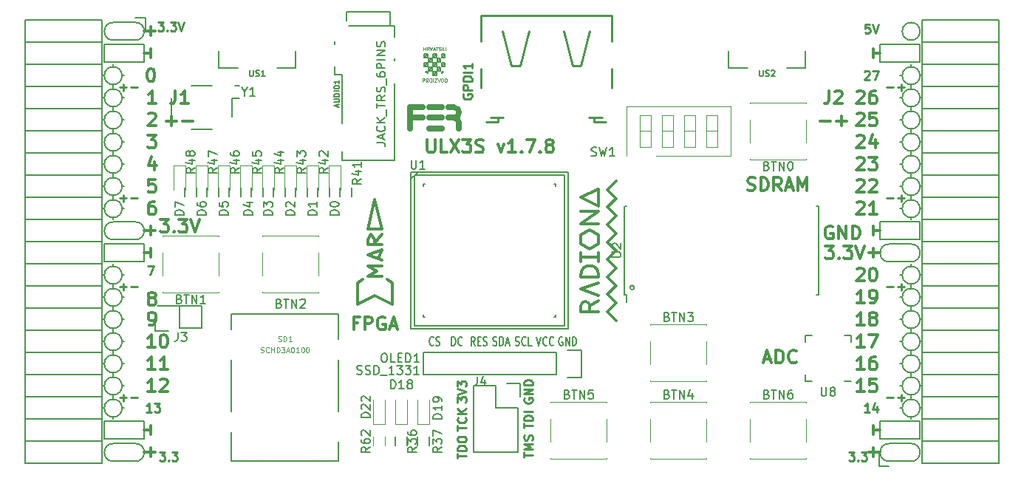
<source format=gto>
G04 #@! TF.FileFunction,Legend,Top*
%FSLAX46Y46*%
G04 Gerber Fmt 4.6, Leading zero omitted, Abs format (unit mm)*
G04 Created by KiCad (PCBNEW 4.0.7+dfsg1-1) date Tue Jan  9 13:07:24 2018*
%MOMM*%
%LPD*%
G01*
G04 APERTURE LIST*
%ADD10C,0.100000*%
%ADD11C,0.300000*%
%ADD12C,0.200000*%
%ADD13C,0.250000*%
%ADD14C,0.150000*%
%ADD15C,0.120000*%
%ADD16C,0.700000*%
%ADD17C,0.254000*%
%ADD18C,0.075000*%
%ADD19C,0.152400*%
%ADD20C,0.124460*%
G04 APERTURE END LIST*
D10*
D11*
X182492000Y-87582000D02*
X182492000Y-88598000D01*
X181984000Y-88090000D02*
X183254000Y-88090000D01*
X182492000Y-110442000D02*
X182492000Y-111458000D01*
X183254000Y-110950000D02*
X181984000Y-110950000D01*
X99688000Y-110442000D02*
X99688000Y-111458000D01*
X98926000Y-110950000D02*
X100196000Y-110950000D01*
X99688000Y-62182000D02*
X99688000Y-63198000D01*
X98926000Y-62690000D02*
X100196000Y-62690000D01*
X99688000Y-85042000D02*
X99688000Y-86058000D01*
X98926000Y-85550000D02*
X100196000Y-85550000D01*
D12*
X97910000Y-63706000D02*
G75*
G03X97910000Y-61674000I0J1016000D01*
G01*
X184270000Y-109934000D02*
G75*
G03X184270000Y-111966000I0J-1016000D01*
G01*
X95370000Y-111966000D02*
X97910000Y-111966000D01*
X95370000Y-109934000D02*
X97910000Y-109934000D01*
X97910000Y-111966000D02*
G75*
G03X97910000Y-109934000I0J1016000D01*
G01*
X95370000Y-109934000D02*
G75*
G03X95370000Y-111966000I0J-1016000D01*
G01*
X95370000Y-61674000D02*
X97910000Y-61674000D01*
X95370000Y-63706000D02*
X97910000Y-63706000D01*
X95370000Y-61674000D02*
G75*
G03X95370000Y-63706000I0J-1016000D01*
G01*
X95370000Y-84534000D02*
X97910000Y-84534000D01*
X95370000Y-86566000D02*
X97910000Y-86566000D01*
X95370000Y-84534000D02*
G75*
G03X95370000Y-86566000I0J-1016000D01*
G01*
X97910000Y-86566000D02*
G75*
G03X97910000Y-84534000I0J1016000D01*
G01*
X187826000Y-62690000D02*
G75*
G03X187826000Y-62690000I-1016000J0D01*
G01*
X184270000Y-89106000D02*
X186810000Y-89106000D01*
X184270000Y-87074000D02*
X186810000Y-87074000D01*
X184270000Y-87074000D02*
G75*
G03X184270000Y-89106000I0J-1016000D01*
G01*
X186810000Y-89106000D02*
G75*
G03X186810000Y-87074000I0J1016000D01*
G01*
X186810000Y-111966000D02*
X184270000Y-111966000D01*
X186810000Y-109934000D02*
X184270000Y-109934000D01*
X186810000Y-111966000D02*
G75*
G03X186810000Y-109934000I0J1016000D01*
G01*
X94354000Y-66246000D02*
X94354000Y-64214000D01*
X98926000Y-66246000D02*
X94354000Y-66246000D01*
X98926000Y-64214000D02*
X98926000Y-66246000D01*
X94354000Y-64214000D02*
X98926000Y-64214000D01*
X94354000Y-87074000D02*
X98926000Y-87074000D01*
X94354000Y-89106000D02*
X94354000Y-87074000D01*
X98926000Y-89106000D02*
X94354000Y-89106000D01*
X98926000Y-87074000D02*
X98926000Y-89106000D01*
X94354000Y-109426000D02*
X98926000Y-109426000D01*
X94354000Y-107394000D02*
X94354000Y-109426000D01*
X98926000Y-107394000D02*
X94354000Y-107394000D01*
X98926000Y-109426000D02*
X98926000Y-107394000D01*
X183254000Y-109426000D02*
X187826000Y-109426000D01*
X183254000Y-107394000D02*
X183254000Y-109426000D01*
X187826000Y-107394000D02*
X187826000Y-109426000D01*
X183254000Y-107394000D02*
X187826000Y-107394000D01*
X183254000Y-66246000D02*
X187826000Y-66246000D01*
X183254000Y-64214000D02*
X183254000Y-66246000D01*
X187826000Y-64214000D02*
X183254000Y-64214000D01*
X187826000Y-66246000D02*
X187826000Y-64214000D01*
X183254000Y-84534000D02*
X187826000Y-84534000D01*
X183254000Y-86566000D02*
X183254000Y-84534000D01*
X187826000Y-86566000D02*
X183254000Y-86566000D01*
X187826000Y-84534000D02*
X187826000Y-86566000D01*
D13*
X96148000Y-69111429D02*
X96909905Y-69111429D01*
X96528953Y-69492381D02*
X96528953Y-68730476D01*
X97386095Y-69111429D02*
X98148000Y-69111429D01*
X96148000Y-81811429D02*
X96909905Y-81811429D01*
X96528953Y-82192381D02*
X96528953Y-81430476D01*
X97386095Y-81811429D02*
X98148000Y-81811429D01*
X96148000Y-91971429D02*
X96909905Y-91971429D01*
X96528953Y-92352381D02*
X96528953Y-91590476D01*
X97386095Y-91971429D02*
X98148000Y-91971429D01*
X96148000Y-104671429D02*
X96909905Y-104671429D01*
X96528953Y-105052381D02*
X96528953Y-104290476D01*
X97386095Y-104671429D02*
X98148000Y-104671429D01*
X184032000Y-104671429D02*
X184793905Y-104671429D01*
X185270095Y-104671429D02*
X186032000Y-104671429D01*
X185651048Y-105052381D02*
X185651048Y-104290476D01*
X184032000Y-91971429D02*
X184793905Y-91971429D01*
X185270095Y-91971429D02*
X186032000Y-91971429D01*
X185651048Y-92352381D02*
X185651048Y-91590476D01*
X184032000Y-81811429D02*
X184793905Y-81811429D01*
X185270095Y-81811429D02*
X186032000Y-81811429D01*
X185651048Y-82192381D02*
X185651048Y-81430476D01*
X184032000Y-69111429D02*
X184793905Y-69111429D01*
X185270095Y-69111429D02*
X186032000Y-69111429D01*
X185651048Y-69492381D02*
X185651048Y-68730476D01*
D11*
X176420000Y-72957143D02*
X177562857Y-72957143D01*
X178277143Y-72957143D02*
X179420000Y-72957143D01*
X178848571Y-73528571D02*
X178848571Y-72385714D01*
D12*
X187826000Y-67770000D02*
G75*
G03X187826000Y-67770000I-1016000J0D01*
G01*
X187826000Y-70310000D02*
G75*
G03X187826000Y-70310000I-1016000J0D01*
G01*
X187826000Y-72850000D02*
G75*
G03X187826000Y-72850000I-1016000J0D01*
G01*
X187826000Y-75390000D02*
G75*
G03X187826000Y-75390000I-1016000J0D01*
G01*
X187826000Y-77930000D02*
G75*
G03X187826000Y-77930000I-1016000J0D01*
G01*
X187826000Y-80470000D02*
G75*
G03X187826000Y-80470000I-1016000J0D01*
G01*
X187826000Y-83010000D02*
G75*
G03X187826000Y-83010000I-1016000J0D01*
G01*
X187826000Y-90630000D02*
G75*
G03X187826000Y-90630000I-1016000J0D01*
G01*
X187826000Y-93170000D02*
G75*
G03X187826000Y-93170000I-1016000J0D01*
G01*
X187826000Y-95710000D02*
G75*
G03X187826000Y-95710000I-1016000J0D01*
G01*
X187826000Y-98250000D02*
G75*
G03X187826000Y-98250000I-1016000J0D01*
G01*
X187826000Y-100790000D02*
G75*
G03X187826000Y-100790000I-1016000J0D01*
G01*
X187826000Y-103330000D02*
G75*
G03X187826000Y-103330000I-1016000J0D01*
G01*
X187826000Y-105870000D02*
G75*
G03X187826000Y-105870000I-1016000J0D01*
G01*
X96386000Y-105870000D02*
G75*
G03X96386000Y-105870000I-1016000J0D01*
G01*
X96386000Y-103330000D02*
G75*
G03X96386000Y-103330000I-1016000J0D01*
G01*
X96386000Y-100790000D02*
G75*
G03X96386000Y-100790000I-1016000J0D01*
G01*
X96386000Y-98250000D02*
G75*
G03X96386000Y-98250000I-1016000J0D01*
G01*
X96386000Y-95710000D02*
G75*
G03X96386000Y-95710000I-1016000J0D01*
G01*
X96386000Y-93170000D02*
G75*
G03X96386000Y-93170000I-1016000J0D01*
G01*
X96386000Y-90630000D02*
G75*
G03X96386000Y-90630000I-1016000J0D01*
G01*
X96386000Y-83010000D02*
G75*
G03X96386000Y-83010000I-1016000J0D01*
G01*
X96386000Y-80470000D02*
G75*
G03X96386000Y-80470000I-1016000J0D01*
G01*
X96386000Y-77930000D02*
G75*
G03X96386000Y-77930000I-1016000J0D01*
G01*
X96386000Y-75390000D02*
G75*
G03X96386000Y-75390000I-1016000J0D01*
G01*
X96386000Y-72850000D02*
G75*
G03X96386000Y-72850000I-1016000J0D01*
G01*
X96386000Y-70310000D02*
G75*
G03X96386000Y-70310000I-1016000J0D01*
G01*
X96386000Y-67770000D02*
G75*
G03X96386000Y-67770000I-1016000J0D01*
G01*
D11*
X177793143Y-85054000D02*
X177650286Y-84982571D01*
X177436000Y-84982571D01*
X177221715Y-85054000D01*
X177078857Y-85196857D01*
X177007429Y-85339714D01*
X176936000Y-85625429D01*
X176936000Y-85839714D01*
X177007429Y-86125429D01*
X177078857Y-86268286D01*
X177221715Y-86411143D01*
X177436000Y-86482571D01*
X177578857Y-86482571D01*
X177793143Y-86411143D01*
X177864572Y-86339714D01*
X177864572Y-85839714D01*
X177578857Y-85839714D01*
X178507429Y-86482571D02*
X178507429Y-84982571D01*
X179364572Y-86482571D01*
X179364572Y-84982571D01*
X180078858Y-86482571D02*
X180078858Y-84982571D01*
X180436001Y-84982571D01*
X180650286Y-85054000D01*
X180793144Y-85196857D01*
X180864572Y-85339714D01*
X180936001Y-85625429D01*
X180936001Y-85839714D01*
X180864572Y-86125429D01*
X180793144Y-86268286D01*
X180650286Y-86411143D01*
X180436001Y-86482571D01*
X180078858Y-86482571D01*
X182492000Y-86058000D02*
X182492000Y-85042000D01*
X183254000Y-85550000D02*
X182492000Y-85550000D01*
X182492000Y-107902000D02*
X182492000Y-108918000D01*
X182492000Y-108410000D02*
X183254000Y-108410000D01*
D13*
X182047524Y-106322381D02*
X181476095Y-106322381D01*
X181761809Y-106322381D02*
X181761809Y-105322381D01*
X181666571Y-105465238D01*
X181571333Y-105560476D01*
X181476095Y-105608095D01*
X182904667Y-105655714D02*
X182904667Y-106322381D01*
X182666571Y-105274762D02*
X182428476Y-105989048D01*
X183047524Y-105989048D01*
X181476095Y-67317619D02*
X181523714Y-67270000D01*
X181618952Y-67222381D01*
X181857048Y-67222381D01*
X181952286Y-67270000D01*
X181999905Y-67317619D01*
X182047524Y-67412857D01*
X182047524Y-67508095D01*
X181999905Y-67650952D01*
X181428476Y-68222381D01*
X182047524Y-68222381D01*
X182380857Y-67222381D02*
X183047524Y-67222381D01*
X182618952Y-68222381D01*
D11*
X182492000Y-64722000D02*
X182492000Y-65738000D01*
X182492000Y-65230000D02*
X183254000Y-65230000D01*
X99688000Y-107902000D02*
X99688000Y-108918000D01*
X98926000Y-108410000D02*
X99688000Y-108410000D01*
X99315001Y-74568571D02*
X100243572Y-74568571D01*
X99743572Y-75140000D01*
X99957858Y-75140000D01*
X100100715Y-75211429D01*
X100172144Y-75282857D01*
X100243572Y-75425714D01*
X100243572Y-75782857D01*
X100172144Y-75925714D01*
X100100715Y-75997143D01*
X99957858Y-76068571D01*
X99529286Y-76068571D01*
X99386429Y-75997143D01*
X99315001Y-75925714D01*
X100100715Y-77608571D02*
X100100715Y-78608571D01*
X99743572Y-77037143D02*
X99386429Y-78108571D01*
X100315001Y-78108571D01*
X100172144Y-79648571D02*
X99457858Y-79648571D01*
X99386429Y-80362857D01*
X99457858Y-80291429D01*
X99600715Y-80220000D01*
X99957858Y-80220000D01*
X100100715Y-80291429D01*
X100172144Y-80362857D01*
X100243572Y-80505714D01*
X100243572Y-80862857D01*
X100172144Y-81005714D01*
X100100715Y-81077143D01*
X99957858Y-81148571D01*
X99600715Y-81148571D01*
X99457858Y-81077143D01*
X99386429Y-81005714D01*
D13*
X99751524Y-106322381D02*
X99180095Y-106322381D01*
X99465809Y-106322381D02*
X99465809Y-105322381D01*
X99370571Y-105465238D01*
X99275333Y-105560476D01*
X99180095Y-105608095D01*
X100084857Y-105322381D02*
X100703905Y-105322381D01*
X100370571Y-105703333D01*
X100513429Y-105703333D01*
X100608667Y-105750952D01*
X100656286Y-105798571D01*
X100703905Y-105893810D01*
X100703905Y-106131905D01*
X100656286Y-106227143D01*
X100608667Y-106274762D01*
X100513429Y-106322381D01*
X100227714Y-106322381D01*
X100132476Y-106274762D01*
X100084857Y-106227143D01*
X99354667Y-89574381D02*
X100021334Y-89574381D01*
X99592762Y-90574381D01*
D11*
X99688000Y-87582000D02*
X99688000Y-88598000D01*
X98926000Y-88090000D02*
X99688000Y-88090000D01*
X99688000Y-64722000D02*
X99688000Y-65738000D01*
X98926000Y-65230000D02*
X99688000Y-65230000D01*
D13*
X100497810Y-61634381D02*
X101116858Y-61634381D01*
X100783524Y-62015333D01*
X100926382Y-62015333D01*
X101021620Y-62062952D01*
X101069239Y-62110571D01*
X101116858Y-62205810D01*
X101116858Y-62443905D01*
X101069239Y-62539143D01*
X101021620Y-62586762D01*
X100926382Y-62634381D01*
X100640667Y-62634381D01*
X100545429Y-62586762D01*
X100497810Y-62539143D01*
X101545429Y-62539143D02*
X101593048Y-62586762D01*
X101545429Y-62634381D01*
X101497810Y-62586762D01*
X101545429Y-62539143D01*
X101545429Y-62634381D01*
X101926381Y-61634381D02*
X102545429Y-61634381D01*
X102212095Y-62015333D01*
X102354953Y-62015333D01*
X102450191Y-62062952D01*
X102497810Y-62110571D01*
X102545429Y-62205810D01*
X102545429Y-62443905D01*
X102497810Y-62539143D01*
X102450191Y-62586762D01*
X102354953Y-62634381D01*
X102069238Y-62634381D01*
X101974000Y-62586762D01*
X101926381Y-62539143D01*
X102831143Y-61634381D02*
X103164476Y-62634381D01*
X103497810Y-61634381D01*
X179666381Y-110910381D02*
X180285429Y-110910381D01*
X179952095Y-111291333D01*
X180094953Y-111291333D01*
X180190191Y-111338952D01*
X180237810Y-111386571D01*
X180285429Y-111481810D01*
X180285429Y-111719905D01*
X180237810Y-111815143D01*
X180190191Y-111862762D01*
X180094953Y-111910381D01*
X179809238Y-111910381D01*
X179714000Y-111862762D01*
X179666381Y-111815143D01*
X180714000Y-111815143D02*
X180761619Y-111862762D01*
X180714000Y-111910381D01*
X180666381Y-111862762D01*
X180714000Y-111815143D01*
X180714000Y-111910381D01*
X181094952Y-110910381D02*
X181714000Y-110910381D01*
X181380666Y-111291333D01*
X181523524Y-111291333D01*
X181618762Y-111338952D01*
X181666381Y-111386571D01*
X181714000Y-111481810D01*
X181714000Y-111719905D01*
X181666381Y-111815143D01*
X181618762Y-111862762D01*
X181523524Y-111910381D01*
X181237809Y-111910381D01*
X181142571Y-111862762D01*
X181094952Y-111815143D01*
D11*
X100775715Y-84220571D02*
X101704286Y-84220571D01*
X101204286Y-84792000D01*
X101418572Y-84792000D01*
X101561429Y-84863429D01*
X101632858Y-84934857D01*
X101704286Y-85077714D01*
X101704286Y-85434857D01*
X101632858Y-85577714D01*
X101561429Y-85649143D01*
X101418572Y-85720571D01*
X100990000Y-85720571D01*
X100847143Y-85649143D01*
X100775715Y-85577714D01*
X102347143Y-85577714D02*
X102418571Y-85649143D01*
X102347143Y-85720571D01*
X102275714Y-85649143D01*
X102347143Y-85577714D01*
X102347143Y-85720571D01*
X102918572Y-84220571D02*
X103847143Y-84220571D01*
X103347143Y-84792000D01*
X103561429Y-84792000D01*
X103704286Y-84863429D01*
X103775715Y-84934857D01*
X103847143Y-85077714D01*
X103847143Y-85434857D01*
X103775715Y-85577714D01*
X103704286Y-85649143D01*
X103561429Y-85720571D01*
X103132857Y-85720571D01*
X102990000Y-85649143D01*
X102918572Y-85577714D01*
X104275714Y-84220571D02*
X104775714Y-85720571D01*
X105275714Y-84220571D01*
D13*
X100672381Y-110910381D02*
X101291429Y-110910381D01*
X100958095Y-111291333D01*
X101100953Y-111291333D01*
X101196191Y-111338952D01*
X101243810Y-111386571D01*
X101291429Y-111481810D01*
X101291429Y-111719905D01*
X101243810Y-111815143D01*
X101196191Y-111862762D01*
X101100953Y-111910381D01*
X100815238Y-111910381D01*
X100720000Y-111862762D01*
X100672381Y-111815143D01*
X101720000Y-111815143D02*
X101767619Y-111862762D01*
X101720000Y-111910381D01*
X101672381Y-111862762D01*
X101720000Y-111815143D01*
X101720000Y-111910381D01*
X102100952Y-110910381D02*
X102720000Y-110910381D01*
X102386666Y-111291333D01*
X102529524Y-111291333D01*
X102624762Y-111338952D01*
X102672381Y-111386571D01*
X102720000Y-111481810D01*
X102720000Y-111719905D01*
X102672381Y-111815143D01*
X102624762Y-111862762D01*
X102529524Y-111910381D01*
X102243809Y-111910381D01*
X102148571Y-111862762D01*
X102100952Y-111815143D01*
X182047524Y-61888381D02*
X181571333Y-61888381D01*
X181523714Y-62364571D01*
X181571333Y-62316952D01*
X181666571Y-62269333D01*
X181904667Y-62269333D01*
X181999905Y-62316952D01*
X182047524Y-62364571D01*
X182095143Y-62459810D01*
X182095143Y-62697905D01*
X182047524Y-62793143D01*
X181999905Y-62840762D01*
X181904667Y-62888381D01*
X181666571Y-62888381D01*
X181571333Y-62840762D01*
X181523714Y-62793143D01*
X182380857Y-61888381D02*
X182714190Y-62888381D01*
X183047524Y-61888381D01*
D11*
X180587143Y-69631429D02*
X180658572Y-69560000D01*
X180801429Y-69488571D01*
X181158572Y-69488571D01*
X181301429Y-69560000D01*
X181372858Y-69631429D01*
X181444286Y-69774286D01*
X181444286Y-69917143D01*
X181372858Y-70131429D01*
X180515715Y-70988571D01*
X181444286Y-70988571D01*
X182730000Y-69488571D02*
X182444286Y-69488571D01*
X182301429Y-69560000D01*
X182230000Y-69631429D01*
X182087143Y-69845714D01*
X182015714Y-70131429D01*
X182015714Y-70702857D01*
X182087143Y-70845714D01*
X182158571Y-70917143D01*
X182301429Y-70988571D01*
X182587143Y-70988571D01*
X182730000Y-70917143D01*
X182801429Y-70845714D01*
X182872857Y-70702857D01*
X182872857Y-70345714D01*
X182801429Y-70202857D01*
X182730000Y-70131429D01*
X182587143Y-70060000D01*
X182301429Y-70060000D01*
X182158571Y-70131429D01*
X182087143Y-70202857D01*
X182015714Y-70345714D01*
X180587143Y-72171429D02*
X180658572Y-72100000D01*
X180801429Y-72028571D01*
X181158572Y-72028571D01*
X181301429Y-72100000D01*
X181372858Y-72171429D01*
X181444286Y-72314286D01*
X181444286Y-72457143D01*
X181372858Y-72671429D01*
X180515715Y-73528571D01*
X181444286Y-73528571D01*
X182801429Y-72028571D02*
X182087143Y-72028571D01*
X182015714Y-72742857D01*
X182087143Y-72671429D01*
X182230000Y-72600000D01*
X182587143Y-72600000D01*
X182730000Y-72671429D01*
X182801429Y-72742857D01*
X182872857Y-72885714D01*
X182872857Y-73242857D01*
X182801429Y-73385714D01*
X182730000Y-73457143D01*
X182587143Y-73528571D01*
X182230000Y-73528571D01*
X182087143Y-73457143D01*
X182015714Y-73385714D01*
X180587143Y-74711429D02*
X180658572Y-74640000D01*
X180801429Y-74568571D01*
X181158572Y-74568571D01*
X181301429Y-74640000D01*
X181372858Y-74711429D01*
X181444286Y-74854286D01*
X181444286Y-74997143D01*
X181372858Y-75211429D01*
X180515715Y-76068571D01*
X181444286Y-76068571D01*
X182730000Y-75068571D02*
X182730000Y-76068571D01*
X182372857Y-74497143D02*
X182015714Y-75568571D01*
X182944286Y-75568571D01*
X180587143Y-77251429D02*
X180658572Y-77180000D01*
X180801429Y-77108571D01*
X181158572Y-77108571D01*
X181301429Y-77180000D01*
X181372858Y-77251429D01*
X181444286Y-77394286D01*
X181444286Y-77537143D01*
X181372858Y-77751429D01*
X180515715Y-78608571D01*
X181444286Y-78608571D01*
X181944286Y-77108571D02*
X182872857Y-77108571D01*
X182372857Y-77680000D01*
X182587143Y-77680000D01*
X182730000Y-77751429D01*
X182801429Y-77822857D01*
X182872857Y-77965714D01*
X182872857Y-78322857D01*
X182801429Y-78465714D01*
X182730000Y-78537143D01*
X182587143Y-78608571D01*
X182158571Y-78608571D01*
X182015714Y-78537143D01*
X181944286Y-78465714D01*
X180587143Y-79791429D02*
X180658572Y-79720000D01*
X180801429Y-79648571D01*
X181158572Y-79648571D01*
X181301429Y-79720000D01*
X181372858Y-79791429D01*
X181444286Y-79934286D01*
X181444286Y-80077143D01*
X181372858Y-80291429D01*
X180515715Y-81148571D01*
X181444286Y-81148571D01*
X182015714Y-79791429D02*
X182087143Y-79720000D01*
X182230000Y-79648571D01*
X182587143Y-79648571D01*
X182730000Y-79720000D01*
X182801429Y-79791429D01*
X182872857Y-79934286D01*
X182872857Y-80077143D01*
X182801429Y-80291429D01*
X181944286Y-81148571D01*
X182872857Y-81148571D01*
X180587143Y-82331429D02*
X180658572Y-82260000D01*
X180801429Y-82188571D01*
X181158572Y-82188571D01*
X181301429Y-82260000D01*
X181372858Y-82331429D01*
X181444286Y-82474286D01*
X181444286Y-82617143D01*
X181372858Y-82831429D01*
X180515715Y-83688571D01*
X181444286Y-83688571D01*
X182872857Y-83688571D02*
X182015714Y-83688571D01*
X182444286Y-83688571D02*
X182444286Y-82188571D01*
X182301429Y-82402857D01*
X182158571Y-82545714D01*
X182015714Y-82617143D01*
X176975715Y-87268571D02*
X177904286Y-87268571D01*
X177404286Y-87840000D01*
X177618572Y-87840000D01*
X177761429Y-87911429D01*
X177832858Y-87982857D01*
X177904286Y-88125714D01*
X177904286Y-88482857D01*
X177832858Y-88625714D01*
X177761429Y-88697143D01*
X177618572Y-88768571D01*
X177190000Y-88768571D01*
X177047143Y-88697143D01*
X176975715Y-88625714D01*
X178547143Y-88625714D02*
X178618571Y-88697143D01*
X178547143Y-88768571D01*
X178475714Y-88697143D01*
X178547143Y-88625714D01*
X178547143Y-88768571D01*
X179118572Y-87268571D02*
X180047143Y-87268571D01*
X179547143Y-87840000D01*
X179761429Y-87840000D01*
X179904286Y-87911429D01*
X179975715Y-87982857D01*
X180047143Y-88125714D01*
X180047143Y-88482857D01*
X179975715Y-88625714D01*
X179904286Y-88697143D01*
X179761429Y-88768571D01*
X179332857Y-88768571D01*
X179190000Y-88697143D01*
X179118572Y-88625714D01*
X180475714Y-87268571D02*
X180975714Y-88768571D01*
X181475714Y-87268571D01*
X180587143Y-89951429D02*
X180658572Y-89880000D01*
X180801429Y-89808571D01*
X181158572Y-89808571D01*
X181301429Y-89880000D01*
X181372858Y-89951429D01*
X181444286Y-90094286D01*
X181444286Y-90237143D01*
X181372858Y-90451429D01*
X180515715Y-91308571D01*
X181444286Y-91308571D01*
X182372857Y-89808571D02*
X182515714Y-89808571D01*
X182658571Y-89880000D01*
X182730000Y-89951429D01*
X182801429Y-90094286D01*
X182872857Y-90380000D01*
X182872857Y-90737143D01*
X182801429Y-91022857D01*
X182730000Y-91165714D01*
X182658571Y-91237143D01*
X182515714Y-91308571D01*
X182372857Y-91308571D01*
X182230000Y-91237143D01*
X182158571Y-91165714D01*
X182087143Y-91022857D01*
X182015714Y-90737143D01*
X182015714Y-90380000D01*
X182087143Y-90094286D01*
X182158571Y-89951429D01*
X182230000Y-89880000D01*
X182372857Y-89808571D01*
X181444286Y-93848571D02*
X180587143Y-93848571D01*
X181015715Y-93848571D02*
X181015715Y-92348571D01*
X180872858Y-92562857D01*
X180730000Y-92705714D01*
X180587143Y-92777143D01*
X182158571Y-93848571D02*
X182444286Y-93848571D01*
X182587143Y-93777143D01*
X182658571Y-93705714D01*
X182801429Y-93491429D01*
X182872857Y-93205714D01*
X182872857Y-92634286D01*
X182801429Y-92491429D01*
X182730000Y-92420000D01*
X182587143Y-92348571D01*
X182301429Y-92348571D01*
X182158571Y-92420000D01*
X182087143Y-92491429D01*
X182015714Y-92634286D01*
X182015714Y-92991429D01*
X182087143Y-93134286D01*
X182158571Y-93205714D01*
X182301429Y-93277143D01*
X182587143Y-93277143D01*
X182730000Y-93205714D01*
X182801429Y-93134286D01*
X182872857Y-92991429D01*
X181444286Y-96388571D02*
X180587143Y-96388571D01*
X181015715Y-96388571D02*
X181015715Y-94888571D01*
X180872858Y-95102857D01*
X180730000Y-95245714D01*
X180587143Y-95317143D01*
X182301429Y-95531429D02*
X182158571Y-95460000D01*
X182087143Y-95388571D01*
X182015714Y-95245714D01*
X182015714Y-95174286D01*
X182087143Y-95031429D01*
X182158571Y-94960000D01*
X182301429Y-94888571D01*
X182587143Y-94888571D01*
X182730000Y-94960000D01*
X182801429Y-95031429D01*
X182872857Y-95174286D01*
X182872857Y-95245714D01*
X182801429Y-95388571D01*
X182730000Y-95460000D01*
X182587143Y-95531429D01*
X182301429Y-95531429D01*
X182158571Y-95602857D01*
X182087143Y-95674286D01*
X182015714Y-95817143D01*
X182015714Y-96102857D01*
X182087143Y-96245714D01*
X182158571Y-96317143D01*
X182301429Y-96388571D01*
X182587143Y-96388571D01*
X182730000Y-96317143D01*
X182801429Y-96245714D01*
X182872857Y-96102857D01*
X182872857Y-95817143D01*
X182801429Y-95674286D01*
X182730000Y-95602857D01*
X182587143Y-95531429D01*
X181444286Y-98928571D02*
X180587143Y-98928571D01*
X181015715Y-98928571D02*
X181015715Y-97428571D01*
X180872858Y-97642857D01*
X180730000Y-97785714D01*
X180587143Y-97857143D01*
X181944286Y-97428571D02*
X182944286Y-97428571D01*
X182301429Y-98928571D01*
X181444286Y-101468571D02*
X180587143Y-101468571D01*
X181015715Y-101468571D02*
X181015715Y-99968571D01*
X180872858Y-100182857D01*
X180730000Y-100325714D01*
X180587143Y-100397143D01*
X182730000Y-99968571D02*
X182444286Y-99968571D01*
X182301429Y-100040000D01*
X182230000Y-100111429D01*
X182087143Y-100325714D01*
X182015714Y-100611429D01*
X182015714Y-101182857D01*
X182087143Y-101325714D01*
X182158571Y-101397143D01*
X182301429Y-101468571D01*
X182587143Y-101468571D01*
X182730000Y-101397143D01*
X182801429Y-101325714D01*
X182872857Y-101182857D01*
X182872857Y-100825714D01*
X182801429Y-100682857D01*
X182730000Y-100611429D01*
X182587143Y-100540000D01*
X182301429Y-100540000D01*
X182158571Y-100611429D01*
X182087143Y-100682857D01*
X182015714Y-100825714D01*
X181444286Y-104008571D02*
X180587143Y-104008571D01*
X181015715Y-104008571D02*
X181015715Y-102508571D01*
X180872858Y-102722857D01*
X180730000Y-102865714D01*
X180587143Y-102937143D01*
X182801429Y-102508571D02*
X182087143Y-102508571D01*
X182015714Y-103222857D01*
X182087143Y-103151429D01*
X182230000Y-103080000D01*
X182587143Y-103080000D01*
X182730000Y-103151429D01*
X182801429Y-103222857D01*
X182872857Y-103365714D01*
X182872857Y-103722857D01*
X182801429Y-103865714D01*
X182730000Y-103937143D01*
X182587143Y-104008571D01*
X182230000Y-104008571D01*
X182087143Y-103937143D01*
X182015714Y-103865714D01*
D12*
X186810000Y-66500000D02*
X186810000Y-66754000D01*
X187826000Y-67770000D02*
X188080000Y-67770000D01*
X185540000Y-67770000D02*
X185794000Y-67770000D01*
X186810000Y-69294000D02*
X186810000Y-68786000D01*
X187826000Y-70310000D02*
X188080000Y-70310000D01*
X185540000Y-70310000D02*
X185794000Y-70310000D01*
X186810000Y-71326000D02*
X186810000Y-71834000D01*
X187826000Y-72850000D02*
X188080000Y-72850000D01*
X185540000Y-72850000D02*
X185794000Y-72850000D01*
X186810000Y-73866000D02*
X186810000Y-74374000D01*
X187826000Y-75390000D02*
X188080000Y-75390000D01*
X185540000Y-75390000D02*
X185794000Y-75390000D01*
X186810000Y-76406000D02*
X186810000Y-76914000D01*
X187826000Y-77930000D02*
X188080000Y-77930000D01*
X185540000Y-77930000D02*
X185794000Y-77930000D01*
X186810000Y-79454000D02*
X186810000Y-78946000D01*
X187826000Y-80470000D02*
X188080000Y-80470000D01*
X185540000Y-80470000D02*
X185794000Y-80470000D01*
X186810000Y-81994000D02*
X186810000Y-81486000D01*
X187826000Y-83010000D02*
X188080000Y-83010000D01*
X185540000Y-83010000D02*
X185794000Y-83010000D01*
X186810000Y-84026000D02*
X186810000Y-84280000D01*
X186810000Y-89360000D02*
X186810000Y-89614000D01*
X187826000Y-90630000D02*
X188080000Y-90630000D01*
X185540000Y-90630000D02*
X185794000Y-90630000D01*
X186810000Y-91646000D02*
X186810000Y-92154000D01*
X187826000Y-93170000D02*
X188080000Y-93170000D01*
X185540000Y-93170000D02*
X185794000Y-93170000D01*
X186810000Y-94186000D02*
X186810000Y-94694000D01*
X187826000Y-95710000D02*
X188080000Y-95710000D01*
X185540000Y-95710000D02*
X185794000Y-95710000D01*
X186810000Y-97234000D02*
X186810000Y-96726000D01*
X187826000Y-98250000D02*
X188080000Y-98250000D01*
X185540000Y-98250000D02*
X185794000Y-98250000D01*
X187826000Y-100790000D02*
X188080000Y-100790000D01*
X185540000Y-100790000D02*
X185794000Y-100790000D01*
X186810000Y-99266000D02*
X186810000Y-99774000D01*
X186810000Y-102314000D02*
X186810000Y-101806000D01*
X187826000Y-103330000D02*
X188080000Y-103330000D01*
X185540000Y-103330000D02*
X185794000Y-103330000D01*
X186810000Y-104346000D02*
X186810000Y-104854000D01*
X185540000Y-105870000D02*
X185794000Y-105870000D01*
X187826000Y-105870000D02*
X188080000Y-105870000D01*
X186810000Y-106886000D02*
X186810000Y-107140000D01*
X95370000Y-66754000D02*
X95370000Y-66500000D01*
X96386000Y-67770000D02*
X96640000Y-67770000D01*
X94100000Y-67770000D02*
X94354000Y-67770000D01*
X95370000Y-68786000D02*
X95370000Y-69294000D01*
X96386000Y-70310000D02*
X96640000Y-70310000D01*
X94100000Y-70310000D02*
X94354000Y-70310000D01*
X95370000Y-71326000D02*
X95370000Y-71834000D01*
X96386000Y-72850000D02*
X96640000Y-72850000D01*
X94100000Y-72850000D02*
X94354000Y-72850000D01*
X95370000Y-73866000D02*
X95370000Y-74374000D01*
X96386000Y-75390000D02*
X96640000Y-75390000D01*
X95370000Y-76406000D02*
X95370000Y-76914000D01*
X96386000Y-77930000D02*
X96640000Y-77930000D01*
X94100000Y-77930000D02*
X94354000Y-77930000D01*
X95370000Y-79454000D02*
X95370000Y-78946000D01*
X96386000Y-80470000D02*
X96640000Y-80470000D01*
X94100000Y-80470000D02*
X94354000Y-80470000D01*
X95370000Y-81486000D02*
X95370000Y-81994000D01*
X96386000Y-83010000D02*
X96640000Y-83010000D01*
X95370000Y-84026000D02*
X95370000Y-84280000D01*
X94100000Y-83010000D02*
X94354000Y-83010000D01*
X95370000Y-106886000D02*
X95370000Y-107140000D01*
X95370000Y-89360000D02*
X95370000Y-89614000D01*
X96386000Y-93170000D02*
X96640000Y-93170000D01*
X94100000Y-93170000D02*
X94354000Y-93170000D01*
X95370000Y-94186000D02*
X95370000Y-94694000D01*
X94100000Y-90630000D02*
X94354000Y-90630000D01*
X96386000Y-90630000D02*
X96640000Y-90630000D01*
X95370000Y-92154000D02*
X95370000Y-91646000D01*
X96386000Y-95710000D02*
X96640000Y-95710000D01*
X94100000Y-95710000D02*
X94354000Y-95710000D01*
X96386000Y-98250000D02*
X96640000Y-98250000D01*
X94354000Y-98250000D02*
X94100000Y-98250000D01*
X95370000Y-96726000D02*
X95370000Y-97234000D01*
X95370000Y-99266000D02*
X95370000Y-99774000D01*
X94100000Y-100790000D02*
X94354000Y-100790000D01*
X96386000Y-100790000D02*
X96640000Y-100790000D01*
X94100000Y-103330000D02*
X94354000Y-103330000D01*
X96386000Y-103330000D02*
X96640000Y-103330000D01*
X95370000Y-101806000D02*
X95370000Y-102314000D01*
X95370000Y-104346000D02*
X95370000Y-104854000D01*
X96386000Y-105870000D02*
X96640000Y-105870000D01*
X94100000Y-105870000D02*
X94354000Y-105870000D01*
D11*
X101490000Y-72957143D02*
X102632857Y-72957143D01*
X102061428Y-73528571D02*
X102061428Y-72385714D01*
X103347143Y-72957143D02*
X104490000Y-72957143D01*
X100164286Y-104008571D02*
X99307143Y-104008571D01*
X99735715Y-104008571D02*
X99735715Y-102508571D01*
X99592858Y-102722857D01*
X99450000Y-102865714D01*
X99307143Y-102937143D01*
X100735714Y-102651429D02*
X100807143Y-102580000D01*
X100950000Y-102508571D01*
X101307143Y-102508571D01*
X101450000Y-102580000D01*
X101521429Y-102651429D01*
X101592857Y-102794286D01*
X101592857Y-102937143D01*
X101521429Y-103151429D01*
X100664286Y-104008571D01*
X101592857Y-104008571D01*
X100164286Y-101468571D02*
X99307143Y-101468571D01*
X99735715Y-101468571D02*
X99735715Y-99968571D01*
X99592858Y-100182857D01*
X99450000Y-100325714D01*
X99307143Y-100397143D01*
X101592857Y-101468571D02*
X100735714Y-101468571D01*
X101164286Y-101468571D02*
X101164286Y-99968571D01*
X101021429Y-100182857D01*
X100878571Y-100325714D01*
X100735714Y-100397143D01*
X100164286Y-98928571D02*
X99307143Y-98928571D01*
X99735715Y-98928571D02*
X99735715Y-97428571D01*
X99592858Y-97642857D01*
X99450000Y-97785714D01*
X99307143Y-97857143D01*
X101092857Y-97428571D02*
X101235714Y-97428571D01*
X101378571Y-97500000D01*
X101450000Y-97571429D01*
X101521429Y-97714286D01*
X101592857Y-98000000D01*
X101592857Y-98357143D01*
X101521429Y-98642857D01*
X101450000Y-98785714D01*
X101378571Y-98857143D01*
X101235714Y-98928571D01*
X101092857Y-98928571D01*
X100950000Y-98857143D01*
X100878571Y-98785714D01*
X100807143Y-98642857D01*
X100735714Y-98357143D01*
X100735714Y-98000000D01*
X100807143Y-97714286D01*
X100878571Y-97571429D01*
X100950000Y-97500000D01*
X101092857Y-97428571D01*
X99529286Y-96388571D02*
X99815001Y-96388571D01*
X99957858Y-96317143D01*
X100029286Y-96245714D01*
X100172144Y-96031429D01*
X100243572Y-95745714D01*
X100243572Y-95174286D01*
X100172144Y-95031429D01*
X100100715Y-94960000D01*
X99957858Y-94888571D01*
X99672144Y-94888571D01*
X99529286Y-94960000D01*
X99457858Y-95031429D01*
X99386429Y-95174286D01*
X99386429Y-95531429D01*
X99457858Y-95674286D01*
X99529286Y-95745714D01*
X99672144Y-95817143D01*
X99957858Y-95817143D01*
X100100715Y-95745714D01*
X100172144Y-95674286D01*
X100243572Y-95531429D01*
X99672144Y-93245429D02*
X99529286Y-93174000D01*
X99457858Y-93102571D01*
X99386429Y-92959714D01*
X99386429Y-92888286D01*
X99457858Y-92745429D01*
X99529286Y-92674000D01*
X99672144Y-92602571D01*
X99957858Y-92602571D01*
X100100715Y-92674000D01*
X100172144Y-92745429D01*
X100243572Y-92888286D01*
X100243572Y-92959714D01*
X100172144Y-93102571D01*
X100100715Y-93174000D01*
X99957858Y-93245429D01*
X99672144Y-93245429D01*
X99529286Y-93316857D01*
X99457858Y-93388286D01*
X99386429Y-93531143D01*
X99386429Y-93816857D01*
X99457858Y-93959714D01*
X99529286Y-94031143D01*
X99672144Y-94102571D01*
X99957858Y-94102571D01*
X100100715Y-94031143D01*
X100172144Y-93959714D01*
X100243572Y-93816857D01*
X100243572Y-93531143D01*
X100172144Y-93388286D01*
X100100715Y-93316857D01*
X99957858Y-93245429D01*
X100100715Y-82188571D02*
X99815001Y-82188571D01*
X99672144Y-82260000D01*
X99600715Y-82331429D01*
X99457858Y-82545714D01*
X99386429Y-82831429D01*
X99386429Y-83402857D01*
X99457858Y-83545714D01*
X99529286Y-83617143D01*
X99672144Y-83688571D01*
X99957858Y-83688571D01*
X100100715Y-83617143D01*
X100172144Y-83545714D01*
X100243572Y-83402857D01*
X100243572Y-83045714D01*
X100172144Y-82902857D01*
X100100715Y-82831429D01*
X99957858Y-82760000D01*
X99672144Y-82760000D01*
X99529286Y-82831429D01*
X99457858Y-82902857D01*
X99386429Y-83045714D01*
X99386429Y-72171429D02*
X99457858Y-72100000D01*
X99600715Y-72028571D01*
X99957858Y-72028571D01*
X100100715Y-72100000D01*
X100172144Y-72171429D01*
X100243572Y-72314286D01*
X100243572Y-72457143D01*
X100172144Y-72671429D01*
X99315001Y-73528571D01*
X100243572Y-73528571D01*
X100243572Y-70988571D02*
X99386429Y-70988571D01*
X99815001Y-70988571D02*
X99815001Y-69488571D01*
X99672144Y-69702857D01*
X99529286Y-69845714D01*
X99386429Y-69917143D01*
X99616572Y-66948571D02*
X99759429Y-66948571D01*
X99902286Y-67020000D01*
X99973715Y-67091429D01*
X100045144Y-67234286D01*
X100116572Y-67520000D01*
X100116572Y-67877143D01*
X100045144Y-68162857D01*
X99973715Y-68305714D01*
X99902286Y-68377143D01*
X99759429Y-68448571D01*
X99616572Y-68448571D01*
X99473715Y-68377143D01*
X99402286Y-68305714D01*
X99330858Y-68162857D01*
X99259429Y-67877143D01*
X99259429Y-67520000D01*
X99330858Y-67234286D01*
X99402286Y-67091429D01*
X99473715Y-67020000D01*
X99616572Y-66948571D01*
X131371430Y-75076571D02*
X131371430Y-76290857D01*
X131442858Y-76433714D01*
X131514287Y-76505143D01*
X131657144Y-76576571D01*
X131942858Y-76576571D01*
X132085716Y-76505143D01*
X132157144Y-76433714D01*
X132228573Y-76290857D01*
X132228573Y-75076571D01*
X133657145Y-76576571D02*
X132942859Y-76576571D01*
X132942859Y-75076571D01*
X134014288Y-75076571D02*
X135014288Y-76576571D01*
X135014288Y-75076571D02*
X134014288Y-76576571D01*
X135442859Y-75076571D02*
X136371430Y-75076571D01*
X135871430Y-75648000D01*
X136085716Y-75648000D01*
X136228573Y-75719429D01*
X136300002Y-75790857D01*
X136371430Y-75933714D01*
X136371430Y-76290857D01*
X136300002Y-76433714D01*
X136228573Y-76505143D01*
X136085716Y-76576571D01*
X135657144Y-76576571D01*
X135514287Y-76505143D01*
X135442859Y-76433714D01*
X136942858Y-76505143D02*
X137157144Y-76576571D01*
X137514287Y-76576571D01*
X137657144Y-76505143D01*
X137728573Y-76433714D01*
X137800001Y-76290857D01*
X137800001Y-76148000D01*
X137728573Y-76005143D01*
X137657144Y-75933714D01*
X137514287Y-75862286D01*
X137228573Y-75790857D01*
X137085715Y-75719429D01*
X137014287Y-75648000D01*
X136942858Y-75505143D01*
X136942858Y-75362286D01*
X137014287Y-75219429D01*
X137085715Y-75148000D01*
X137228573Y-75076571D01*
X137585715Y-75076571D01*
X137800001Y-75148000D01*
X139442858Y-75576571D02*
X139800001Y-76576571D01*
X140157143Y-75576571D01*
X141514286Y-76576571D02*
X140657143Y-76576571D01*
X141085715Y-76576571D02*
X141085715Y-75076571D01*
X140942858Y-75290857D01*
X140800000Y-75433714D01*
X140657143Y-75505143D01*
X142157143Y-76433714D02*
X142228571Y-76505143D01*
X142157143Y-76576571D01*
X142085714Y-76505143D01*
X142157143Y-76433714D01*
X142157143Y-76576571D01*
X142728572Y-75076571D02*
X143728572Y-75076571D01*
X143085715Y-76576571D01*
X144300000Y-76433714D02*
X144371428Y-76505143D01*
X144300000Y-76576571D01*
X144228571Y-76505143D01*
X144300000Y-76433714D01*
X144300000Y-76576571D01*
X145228572Y-75719429D02*
X145085714Y-75648000D01*
X145014286Y-75576571D01*
X144942857Y-75433714D01*
X144942857Y-75362286D01*
X145014286Y-75219429D01*
X145085714Y-75148000D01*
X145228572Y-75076571D01*
X145514286Y-75076571D01*
X145657143Y-75148000D01*
X145728572Y-75219429D01*
X145800000Y-75362286D01*
X145800000Y-75433714D01*
X145728572Y-75576571D01*
X145657143Y-75648000D01*
X145514286Y-75719429D01*
X145228572Y-75719429D01*
X145085714Y-75790857D01*
X145014286Y-75862286D01*
X144942857Y-76005143D01*
X144942857Y-76290857D01*
X145014286Y-76433714D01*
X145085714Y-76505143D01*
X145228572Y-76576571D01*
X145514286Y-76576571D01*
X145657143Y-76505143D01*
X145728572Y-76433714D01*
X145800000Y-76290857D01*
X145800000Y-76005143D01*
X145728572Y-75862286D01*
X145657143Y-75790857D01*
X145514286Y-75719429D01*
X123413429Y-96110857D02*
X122913429Y-96110857D01*
X122913429Y-96896571D02*
X122913429Y-95396571D01*
X123627715Y-95396571D01*
X124199143Y-96896571D02*
X124199143Y-95396571D01*
X124770571Y-95396571D01*
X124913429Y-95468000D01*
X124984857Y-95539429D01*
X125056286Y-95682286D01*
X125056286Y-95896571D01*
X124984857Y-96039429D01*
X124913429Y-96110857D01*
X124770571Y-96182286D01*
X124199143Y-96182286D01*
X126484857Y-95468000D02*
X126342000Y-95396571D01*
X126127714Y-95396571D01*
X125913429Y-95468000D01*
X125770571Y-95610857D01*
X125699143Y-95753714D01*
X125627714Y-96039429D01*
X125627714Y-96253714D01*
X125699143Y-96539429D01*
X125770571Y-96682286D01*
X125913429Y-96825143D01*
X126127714Y-96896571D01*
X126270571Y-96896571D01*
X126484857Y-96825143D01*
X126556286Y-96753714D01*
X126556286Y-96253714D01*
X126270571Y-96253714D01*
X127127714Y-96468000D02*
X127842000Y-96468000D01*
X126984857Y-96896571D02*
X127484857Y-95396571D01*
X127984857Y-96896571D01*
X168077929Y-80886643D02*
X168292215Y-80958071D01*
X168649358Y-80958071D01*
X168792215Y-80886643D01*
X168863644Y-80815214D01*
X168935072Y-80672357D01*
X168935072Y-80529500D01*
X168863644Y-80386643D01*
X168792215Y-80315214D01*
X168649358Y-80243786D01*
X168363644Y-80172357D01*
X168220786Y-80100929D01*
X168149358Y-80029500D01*
X168077929Y-79886643D01*
X168077929Y-79743786D01*
X168149358Y-79600929D01*
X168220786Y-79529500D01*
X168363644Y-79458071D01*
X168720786Y-79458071D01*
X168935072Y-79529500D01*
X169577929Y-80958071D02*
X169577929Y-79458071D01*
X169935072Y-79458071D01*
X170149357Y-79529500D01*
X170292215Y-79672357D01*
X170363643Y-79815214D01*
X170435072Y-80100929D01*
X170435072Y-80315214D01*
X170363643Y-80600929D01*
X170292215Y-80743786D01*
X170149357Y-80886643D01*
X169935072Y-80958071D01*
X169577929Y-80958071D01*
X171935072Y-80958071D02*
X171435072Y-80243786D01*
X171077929Y-80958071D02*
X171077929Y-79458071D01*
X171649357Y-79458071D01*
X171792215Y-79529500D01*
X171863643Y-79600929D01*
X171935072Y-79743786D01*
X171935072Y-79958071D01*
X171863643Y-80100929D01*
X171792215Y-80172357D01*
X171649357Y-80243786D01*
X171077929Y-80243786D01*
X172506500Y-80529500D02*
X173220786Y-80529500D01*
X172363643Y-80958071D02*
X172863643Y-79458071D01*
X173363643Y-80958071D01*
X173863643Y-80958071D02*
X173863643Y-79458071D01*
X174363643Y-80529500D01*
X174863643Y-79458071D01*
X174863643Y-80958071D01*
X169966857Y-100278000D02*
X170681143Y-100278000D01*
X169824000Y-100706571D02*
X170324000Y-99206571D01*
X170824000Y-100706571D01*
X171324000Y-100706571D02*
X171324000Y-99206571D01*
X171681143Y-99206571D01*
X171895428Y-99278000D01*
X172038286Y-99420857D01*
X172109714Y-99563714D01*
X172181143Y-99849429D01*
X172181143Y-100063714D01*
X172109714Y-100349429D01*
X172038286Y-100492286D01*
X171895428Y-100635143D01*
X171681143Y-100706571D01*
X171324000Y-100706571D01*
X173681143Y-100563714D02*
X173609714Y-100635143D01*
X173395428Y-100706571D01*
X173252571Y-100706571D01*
X173038286Y-100635143D01*
X172895428Y-100492286D01*
X172824000Y-100349429D01*
X172752571Y-100063714D01*
X172752571Y-99849429D01*
X172824000Y-99563714D01*
X172895428Y-99420857D01*
X173038286Y-99278000D01*
X173252571Y-99206571D01*
X173395428Y-99206571D01*
X173609714Y-99278000D01*
X173681143Y-99349429D01*
D13*
X142447381Y-111521333D02*
X142447381Y-110949904D01*
X143447381Y-111235619D02*
X142447381Y-111235619D01*
X143447381Y-110616571D02*
X142447381Y-110616571D01*
X143161667Y-110283237D01*
X142447381Y-109949904D01*
X143447381Y-109949904D01*
X143399762Y-109521333D02*
X143447381Y-109378476D01*
X143447381Y-109140380D01*
X143399762Y-109045142D01*
X143352143Y-108997523D01*
X143256905Y-108949904D01*
X143161667Y-108949904D01*
X143066429Y-108997523D01*
X143018810Y-109045142D01*
X142971190Y-109140380D01*
X142923571Y-109330857D01*
X142875952Y-109426095D01*
X142828333Y-109473714D01*
X142733095Y-109521333D01*
X142637857Y-109521333D01*
X142542619Y-109473714D01*
X142495000Y-109426095D01*
X142447381Y-109330857D01*
X142447381Y-109092761D01*
X142495000Y-108949904D01*
X142447381Y-108163809D02*
X142447381Y-107592380D01*
X143447381Y-107878095D02*
X142447381Y-107878095D01*
X143447381Y-107259047D02*
X142447381Y-107259047D01*
X142447381Y-107020952D01*
X142495000Y-106878094D01*
X142590238Y-106782856D01*
X142685476Y-106735237D01*
X142875952Y-106687618D01*
X143018810Y-106687618D01*
X143209286Y-106735237D01*
X143304524Y-106782856D01*
X143399762Y-106878094D01*
X143447381Y-107020952D01*
X143447381Y-107259047D01*
X143447381Y-106259047D02*
X142447381Y-106259047D01*
X142495000Y-104726904D02*
X142447381Y-104822142D01*
X142447381Y-104964999D01*
X142495000Y-105107857D01*
X142590238Y-105203095D01*
X142685476Y-105250714D01*
X142875952Y-105298333D01*
X143018810Y-105298333D01*
X143209286Y-105250714D01*
X143304524Y-105203095D01*
X143399762Y-105107857D01*
X143447381Y-104964999D01*
X143447381Y-104869761D01*
X143399762Y-104726904D01*
X143352143Y-104679285D01*
X143018810Y-104679285D01*
X143018810Y-104869761D01*
X143447381Y-104250714D02*
X142447381Y-104250714D01*
X143447381Y-103679285D01*
X142447381Y-103679285D01*
X143447381Y-103203095D02*
X142447381Y-103203095D01*
X142447381Y-102965000D01*
X142495000Y-102822142D01*
X142590238Y-102726904D01*
X142685476Y-102679285D01*
X142875952Y-102631666D01*
X143018810Y-102631666D01*
X143209286Y-102679285D01*
X143304524Y-102726904D01*
X143399762Y-102822142D01*
X143447381Y-102965000D01*
X143447381Y-103203095D01*
X134827381Y-111624524D02*
X134827381Y-111053095D01*
X135827381Y-111338810D02*
X134827381Y-111338810D01*
X135827381Y-110719762D02*
X134827381Y-110719762D01*
X134827381Y-110481667D01*
X134875000Y-110338809D01*
X134970238Y-110243571D01*
X135065476Y-110195952D01*
X135255952Y-110148333D01*
X135398810Y-110148333D01*
X135589286Y-110195952D01*
X135684524Y-110243571D01*
X135779762Y-110338809D01*
X135827381Y-110481667D01*
X135827381Y-110719762D01*
X134827381Y-109529286D02*
X134827381Y-109338809D01*
X134875000Y-109243571D01*
X134970238Y-109148333D01*
X135160714Y-109100714D01*
X135494048Y-109100714D01*
X135684524Y-109148333D01*
X135779762Y-109243571D01*
X135827381Y-109338809D01*
X135827381Y-109529286D01*
X135779762Y-109624524D01*
X135684524Y-109719762D01*
X135494048Y-109767381D01*
X135160714Y-109767381D01*
X134970238Y-109719762D01*
X134875000Y-109624524D01*
X134827381Y-109529286D01*
X134827381Y-108425714D02*
X134827381Y-107854285D01*
X135827381Y-108140000D02*
X134827381Y-108140000D01*
X135732143Y-106949523D02*
X135779762Y-106997142D01*
X135827381Y-107139999D01*
X135827381Y-107235237D01*
X135779762Y-107378095D01*
X135684524Y-107473333D01*
X135589286Y-107520952D01*
X135398810Y-107568571D01*
X135255952Y-107568571D01*
X135065476Y-107520952D01*
X134970238Y-107473333D01*
X134875000Y-107378095D01*
X134827381Y-107235237D01*
X134827381Y-107139999D01*
X134875000Y-106997142D01*
X134922619Y-106949523D01*
X135827381Y-106520952D02*
X134827381Y-106520952D01*
X135827381Y-105949523D02*
X135255952Y-106378095D01*
X134827381Y-105949523D02*
X135398810Y-106520952D01*
X134827381Y-105203095D02*
X134827381Y-104584047D01*
X135208333Y-104917381D01*
X135208333Y-104774523D01*
X135255952Y-104679285D01*
X135303571Y-104631666D01*
X135398810Y-104584047D01*
X135636905Y-104584047D01*
X135732143Y-104631666D01*
X135779762Y-104679285D01*
X135827381Y-104774523D01*
X135827381Y-105060238D01*
X135779762Y-105155476D01*
X135732143Y-105203095D01*
X134827381Y-104298333D02*
X135827381Y-103965000D01*
X134827381Y-103631666D01*
X134827381Y-103393571D02*
X134827381Y-102774523D01*
X135208333Y-103107857D01*
X135208333Y-102964999D01*
X135255952Y-102869761D01*
X135303571Y-102822142D01*
X135398810Y-102774523D01*
X135636905Y-102774523D01*
X135732143Y-102822142D01*
X135779762Y-102869761D01*
X135827381Y-102964999D01*
X135827381Y-103250714D01*
X135779762Y-103345952D01*
X135732143Y-103393571D01*
D14*
X85270000Y-112220000D02*
X94100000Y-112220000D01*
X85270000Y-109680000D02*
X85270000Y-112220000D01*
X94100000Y-109680000D02*
X94100000Y-112220000D01*
X94100000Y-112220000D02*
X85270000Y-112220000D01*
X94100000Y-109680000D02*
X85270000Y-109680000D01*
X94100000Y-107140000D02*
X94100000Y-109680000D01*
X85270000Y-107140000D02*
X85270000Y-109680000D01*
X85270000Y-109680000D02*
X94100000Y-109680000D01*
X85270000Y-91900000D02*
X94100000Y-91900000D01*
X85270000Y-89360000D02*
X85270000Y-91900000D01*
X94100000Y-89360000D02*
X94100000Y-91900000D01*
X94100000Y-91900000D02*
X85270000Y-91900000D01*
X94100000Y-94440000D02*
X85270000Y-94440000D01*
X94100000Y-91900000D02*
X94100000Y-94440000D01*
X85270000Y-91900000D02*
X85270000Y-94440000D01*
X85270000Y-94440000D02*
X94100000Y-94440000D01*
X85270000Y-107140000D02*
X94100000Y-107140000D01*
X85270000Y-104600000D02*
X85270000Y-107140000D01*
X94100000Y-104600000D02*
X94100000Y-107140000D01*
X94100000Y-107140000D02*
X85270000Y-107140000D01*
X94100000Y-104600000D02*
X85270000Y-104600000D01*
X94100000Y-102060000D02*
X94100000Y-104600000D01*
X85270000Y-102060000D02*
X85270000Y-104600000D01*
X85270000Y-104600000D02*
X94100000Y-104600000D01*
X85270000Y-102060000D02*
X94100000Y-102060000D01*
X85270000Y-99520000D02*
X85270000Y-102060000D01*
X94100000Y-99520000D02*
X94100000Y-102060000D01*
X94100000Y-102060000D02*
X85270000Y-102060000D01*
X94100000Y-99520000D02*
X85270000Y-99520000D01*
X94100000Y-96980000D02*
X94100000Y-99520000D01*
X85270000Y-96980000D02*
X85270000Y-99520000D01*
X85270000Y-99520000D02*
X94100000Y-99520000D01*
X85270000Y-96980000D02*
X94100000Y-96980000D01*
X85270000Y-94440000D02*
X85270000Y-96980000D01*
X94100000Y-94440000D02*
X94100000Y-96980000D01*
X94100000Y-96980000D02*
X85270000Y-96980000D01*
X94100000Y-79200000D02*
X85270000Y-79200000D01*
X94100000Y-76660000D02*
X94100000Y-79200000D01*
X85270000Y-76660000D02*
X85270000Y-79200000D01*
X85270000Y-79200000D02*
X94100000Y-79200000D01*
X85270000Y-81740000D02*
X94100000Y-81740000D01*
X85270000Y-79200000D02*
X85270000Y-81740000D01*
X94100000Y-79200000D02*
X94100000Y-81740000D01*
X94100000Y-81740000D02*
X85270000Y-81740000D01*
X94100000Y-84280000D02*
X85270000Y-84280000D01*
X94100000Y-81740000D02*
X94100000Y-84280000D01*
X85270000Y-81740000D02*
X85270000Y-84280000D01*
X85270000Y-84280000D02*
X94100000Y-84280000D01*
X85270000Y-86820000D02*
X94100000Y-86820000D01*
X85270000Y-84280000D02*
X85270000Y-86820000D01*
X94100000Y-84280000D02*
X94100000Y-86820000D01*
X94100000Y-86820000D02*
X85270000Y-86820000D01*
X94100000Y-89360000D02*
X85270000Y-89360000D01*
X94100000Y-86820000D02*
X94100000Y-89360000D01*
X85270000Y-86820000D02*
X85270000Y-89360000D01*
X85270000Y-89360000D02*
X94100000Y-89360000D01*
X85270000Y-76660000D02*
X94100000Y-76660000D01*
X85270000Y-74120000D02*
X85270000Y-76660000D01*
X94100000Y-74120000D02*
X94100000Y-76660000D01*
X94100000Y-76660000D02*
X85270000Y-76660000D01*
X94100000Y-74120000D02*
X85270000Y-74120000D01*
X94100000Y-71580000D02*
X94100000Y-74120000D01*
X85270000Y-71580000D02*
X85270000Y-74120000D01*
X85270000Y-74120000D02*
X94100000Y-74120000D01*
X85270000Y-71580000D02*
X94100000Y-71580000D01*
X85270000Y-69040000D02*
X85270000Y-71580000D01*
X94100000Y-69040000D02*
X94100000Y-71580000D01*
X94100000Y-71580000D02*
X85270000Y-71580000D01*
X94100000Y-69040000D02*
X85270000Y-69040000D01*
X94100000Y-66500000D02*
X94100000Y-69040000D01*
X85270000Y-66500000D02*
X85270000Y-69040000D01*
X85270000Y-69040000D02*
X94100000Y-69040000D01*
X85270000Y-66500000D02*
X94100000Y-66500000D01*
X85270000Y-63960000D02*
X85270000Y-66500000D01*
X94100000Y-63960000D02*
X94100000Y-66500000D01*
X94100000Y-66500000D02*
X85270000Y-66500000D01*
X94100000Y-63960000D02*
X85270000Y-63960000D01*
X94100000Y-61420000D02*
X94100000Y-63960000D01*
X99060000Y-62690000D02*
X99060000Y-61140000D01*
X99060000Y-61140000D02*
X97910000Y-61140000D01*
X94100000Y-61420000D02*
X85270000Y-61420000D01*
X85270000Y-61420000D02*
X85270000Y-63960000D01*
X85270000Y-63960000D02*
X94100000Y-63960000D01*
X196910000Y-61420000D02*
X188080000Y-61420000D01*
X196910000Y-63960000D02*
X196910000Y-61420000D01*
X188080000Y-63960000D02*
X188080000Y-61420000D01*
X188080000Y-61420000D02*
X196910000Y-61420000D01*
X188080000Y-63960000D02*
X196910000Y-63960000D01*
X188080000Y-66500000D02*
X188080000Y-63960000D01*
X196910000Y-66500000D02*
X196910000Y-63960000D01*
X196910000Y-63960000D02*
X188080000Y-63960000D01*
X196910000Y-81740000D02*
X188080000Y-81740000D01*
X196910000Y-84280000D02*
X196910000Y-81740000D01*
X188080000Y-84280000D02*
X188080000Y-81740000D01*
X188080000Y-81740000D02*
X196910000Y-81740000D01*
X188080000Y-79200000D02*
X196910000Y-79200000D01*
X188080000Y-81740000D02*
X188080000Y-79200000D01*
X196910000Y-81740000D02*
X196910000Y-79200000D01*
X196910000Y-79200000D02*
X188080000Y-79200000D01*
X196910000Y-66500000D02*
X188080000Y-66500000D01*
X196910000Y-69040000D02*
X196910000Y-66500000D01*
X188080000Y-69040000D02*
X188080000Y-66500000D01*
X188080000Y-66500000D02*
X196910000Y-66500000D01*
X188080000Y-69040000D02*
X196910000Y-69040000D01*
X188080000Y-71580000D02*
X188080000Y-69040000D01*
X196910000Y-71580000D02*
X196910000Y-69040000D01*
X196910000Y-69040000D02*
X188080000Y-69040000D01*
X196910000Y-71580000D02*
X188080000Y-71580000D01*
X196910000Y-74120000D02*
X196910000Y-71580000D01*
X188080000Y-74120000D02*
X188080000Y-71580000D01*
X188080000Y-71580000D02*
X196910000Y-71580000D01*
X188080000Y-74120000D02*
X196910000Y-74120000D01*
X188080000Y-76660000D02*
X188080000Y-74120000D01*
X196910000Y-76660000D02*
X196910000Y-74120000D01*
X196910000Y-74120000D02*
X188080000Y-74120000D01*
X196910000Y-76660000D02*
X188080000Y-76660000D01*
X196910000Y-79200000D02*
X196910000Y-76660000D01*
X188080000Y-79200000D02*
X188080000Y-76660000D01*
X188080000Y-76660000D02*
X196910000Y-76660000D01*
X188080000Y-94440000D02*
X196910000Y-94440000D01*
X188080000Y-96980000D02*
X188080000Y-94440000D01*
X196910000Y-96980000D02*
X196910000Y-94440000D01*
X196910000Y-94440000D02*
X188080000Y-94440000D01*
X196910000Y-91900000D02*
X188080000Y-91900000D01*
X196910000Y-94440000D02*
X196910000Y-91900000D01*
X188080000Y-94440000D02*
X188080000Y-91900000D01*
X188080000Y-91900000D02*
X196910000Y-91900000D01*
X188080000Y-89360000D02*
X196910000Y-89360000D01*
X188080000Y-91900000D02*
X188080000Y-89360000D01*
X196910000Y-91900000D02*
X196910000Y-89360000D01*
X196910000Y-89360000D02*
X188080000Y-89360000D01*
X196910000Y-86820000D02*
X188080000Y-86820000D01*
X196910000Y-89360000D02*
X196910000Y-86820000D01*
X188080000Y-89360000D02*
X188080000Y-86820000D01*
X188080000Y-86820000D02*
X196910000Y-86820000D01*
X188080000Y-84280000D02*
X196910000Y-84280000D01*
X188080000Y-86820000D02*
X188080000Y-84280000D01*
X196910000Y-86820000D02*
X196910000Y-84280000D01*
X196910000Y-84280000D02*
X188080000Y-84280000D01*
X196910000Y-96980000D02*
X188080000Y-96980000D01*
X196910000Y-99520000D02*
X196910000Y-96980000D01*
X188080000Y-99520000D02*
X188080000Y-96980000D01*
X188080000Y-96980000D02*
X196910000Y-96980000D01*
X188080000Y-99520000D02*
X196910000Y-99520000D01*
X188080000Y-102060000D02*
X188080000Y-99520000D01*
X196910000Y-102060000D02*
X196910000Y-99520000D01*
X196910000Y-99520000D02*
X188080000Y-99520000D01*
X196910000Y-102060000D02*
X188080000Y-102060000D01*
X196910000Y-104600000D02*
X196910000Y-102060000D01*
X188080000Y-104600000D02*
X188080000Y-102060000D01*
X188080000Y-102060000D02*
X196910000Y-102060000D01*
X188080000Y-104600000D02*
X196910000Y-104600000D01*
X188080000Y-107140000D02*
X188080000Y-104600000D01*
X196910000Y-107140000D02*
X196910000Y-104600000D01*
X196910000Y-104600000D02*
X188080000Y-104600000D01*
X196910000Y-107140000D02*
X188080000Y-107140000D01*
X196910000Y-109680000D02*
X196910000Y-107140000D01*
X188080000Y-109680000D02*
X188080000Y-107140000D01*
X188080000Y-107140000D02*
X196910000Y-107140000D01*
X188080000Y-109680000D02*
X196910000Y-109680000D01*
X188080000Y-112220000D02*
X188080000Y-109680000D01*
X183120000Y-110950000D02*
X183120000Y-112500000D01*
X183120000Y-112500000D02*
X184270000Y-112500000D01*
X188080000Y-112220000D02*
X196910000Y-112220000D01*
X196910000Y-112220000D02*
X196910000Y-109680000D01*
X196910000Y-109680000D02*
X188080000Y-109680000D01*
X100170000Y-95456000D02*
X100170000Y-97006000D01*
X102990000Y-94186000D02*
X100450000Y-94186000D01*
X100170000Y-97006000D02*
X101720000Y-97006000D01*
X105530000Y-94186000D02*
X102990000Y-94186000D01*
X102990000Y-94186000D02*
X102990000Y-96726000D01*
X102990000Y-96726000D02*
X105530000Y-96726000D01*
X105530000Y-96726000D02*
X105530000Y-94186000D01*
X127715000Y-110180000D02*
X127715000Y-109180000D01*
X129065000Y-109180000D02*
X129065000Y-110180000D01*
X131605000Y-109180000D02*
X131605000Y-110180000D01*
X130255000Y-110180000D02*
X130255000Y-109180000D01*
X116280000Y-64925000D02*
X116280000Y-66925000D01*
X116280000Y-66925000D02*
X114130000Y-66925000D01*
X109630000Y-66925000D02*
X107480000Y-66925000D01*
X107480000Y-66925000D02*
X107480000Y-64975000D01*
X174700000Y-64925000D02*
X174700000Y-66925000D01*
X174700000Y-66925000D02*
X172550000Y-66925000D01*
X168050000Y-66925000D02*
X165900000Y-66925000D01*
X165900000Y-66925000D02*
X165900000Y-64975000D01*
X141725000Y-110950000D02*
X141725000Y-105870000D01*
X142005000Y-103050000D02*
X142005000Y-104600000D01*
X139185000Y-103330000D02*
X139185000Y-105870000D01*
X139185000Y-105870000D02*
X141725000Y-105870000D01*
X141725000Y-110950000D02*
X136645000Y-110950000D01*
X136645000Y-110950000D02*
X136645000Y-105870000D01*
X142005000Y-103050000D02*
X140455000Y-103050000D01*
X136645000Y-103330000D02*
X139185000Y-103330000D01*
X136645000Y-105870000D02*
X136645000Y-103330000D01*
X122715000Y-80605000D02*
X122715000Y-81605000D01*
X121365000Y-81605000D02*
X121365000Y-80605000D01*
X120175000Y-80605000D02*
X120175000Y-81605000D01*
X118825000Y-81605000D02*
X118825000Y-80605000D01*
X117635000Y-80605000D02*
X117635000Y-81605000D01*
X116285000Y-81605000D02*
X116285000Y-80605000D01*
X115095000Y-80605000D02*
X115095000Y-81605000D01*
X113745000Y-81605000D02*
X113745000Y-80605000D01*
X112555000Y-80605000D02*
X112555000Y-81605000D01*
X111205000Y-81605000D02*
X111205000Y-80605000D01*
X110015000Y-80605000D02*
X110015000Y-81605000D01*
X108665000Y-81605000D02*
X108665000Y-80605000D01*
X107475000Y-80605000D02*
X107475000Y-81605000D01*
X106125000Y-81605000D02*
X106125000Y-80605000D01*
X104935000Y-80605000D02*
X104935000Y-81605000D01*
X103585000Y-81605000D02*
X103585000Y-80605000D01*
X174660000Y-102780000D02*
X174660000Y-102030000D01*
X179910000Y-97530000D02*
X179910000Y-98280000D01*
X174660000Y-97530000D02*
X174660000Y-98280000D01*
X179910000Y-102780000D02*
X179160000Y-102780000D01*
X179910000Y-97530000D02*
X179160000Y-97530000D01*
X174660000Y-97530000D02*
X175410000Y-97530000D01*
X174660000Y-102780000D02*
X175410000Y-102780000D01*
X146170000Y-99520000D02*
X130930000Y-99520000D01*
X130930000Y-99520000D02*
X130930000Y-102060000D01*
X130930000Y-102060000D02*
X146170000Y-102060000D01*
X148990000Y-99240000D02*
X147440000Y-99240000D01*
X146170000Y-99520000D02*
X146170000Y-102060000D01*
X147440000Y-102340000D02*
X148990000Y-102340000D01*
X148990000Y-102340000D02*
X148990000Y-99240000D01*
D15*
X168340000Y-77350000D02*
X168340000Y-77320000D01*
X168340000Y-70890000D02*
X168340000Y-70920000D01*
X174800000Y-70890000D02*
X174800000Y-70920000D01*
X174800000Y-77320000D02*
X174800000Y-77350000D01*
X168340000Y-75420000D02*
X168340000Y-72820000D01*
X174800000Y-77350000D02*
X168340000Y-77350000D01*
X174800000Y-75420000D02*
X174800000Y-72820000D01*
X174800000Y-70890000D02*
X168340000Y-70890000D01*
X107490000Y-86130000D02*
X107490000Y-86160000D01*
X107490000Y-92590000D02*
X107490000Y-92560000D01*
X101030000Y-92590000D02*
X101030000Y-92560000D01*
X101030000Y-86160000D02*
X101030000Y-86130000D01*
X107490000Y-88060000D02*
X107490000Y-90660000D01*
X101030000Y-86130000D02*
X107490000Y-86130000D01*
X101030000Y-88060000D02*
X101030000Y-90660000D01*
X101030000Y-92590000D02*
X107490000Y-92590000D01*
X118920000Y-86130000D02*
X118920000Y-86160000D01*
X118920000Y-92590000D02*
X118920000Y-92560000D01*
X112460000Y-92590000D02*
X112460000Y-92560000D01*
X112460000Y-86160000D02*
X112460000Y-86130000D01*
X118920000Y-88060000D02*
X118920000Y-90660000D01*
X112460000Y-86130000D02*
X118920000Y-86130000D01*
X112460000Y-88060000D02*
X112460000Y-90660000D01*
X112460000Y-92590000D02*
X118920000Y-92590000D01*
X163370000Y-96290000D02*
X163370000Y-96320000D01*
X163370000Y-102750000D02*
X163370000Y-102720000D01*
X156910000Y-102750000D02*
X156910000Y-102720000D01*
X156910000Y-96320000D02*
X156910000Y-96290000D01*
X163370000Y-98220000D02*
X163370000Y-100820000D01*
X156910000Y-96290000D02*
X163370000Y-96290000D01*
X156910000Y-98220000D02*
X156910000Y-100820000D01*
X156910000Y-102750000D02*
X163370000Y-102750000D01*
X156910000Y-111640000D02*
X156910000Y-111610000D01*
X156910000Y-105180000D02*
X156910000Y-105210000D01*
X163370000Y-105180000D02*
X163370000Y-105210000D01*
X163370000Y-111610000D02*
X163370000Y-111640000D01*
X156910000Y-109710000D02*
X156910000Y-107110000D01*
X163370000Y-111640000D02*
X156910000Y-111640000D01*
X163370000Y-109710000D02*
X163370000Y-107110000D01*
X163370000Y-105180000D02*
X156910000Y-105180000D01*
X145480000Y-111640000D02*
X145480000Y-111610000D01*
X145480000Y-105180000D02*
X145480000Y-105210000D01*
X151940000Y-105180000D02*
X151940000Y-105210000D01*
X151940000Y-111610000D02*
X151940000Y-111640000D01*
X145480000Y-109710000D02*
X145480000Y-107110000D01*
X151940000Y-111640000D02*
X145480000Y-111640000D01*
X151940000Y-109710000D02*
X151940000Y-107110000D01*
X151940000Y-105180000D02*
X145480000Y-105180000D01*
X168340000Y-111640000D02*
X168340000Y-111610000D01*
X168340000Y-105180000D02*
X168340000Y-105210000D01*
X174800000Y-105180000D02*
X174800000Y-105210000D01*
X174800000Y-111610000D02*
X174800000Y-111640000D01*
X168340000Y-109710000D02*
X168340000Y-107110000D01*
X174800000Y-111640000D02*
X168340000Y-111640000D01*
X174800000Y-109710000D02*
X174800000Y-107110000D01*
X174800000Y-105180000D02*
X168340000Y-105180000D01*
X154160000Y-76965000D02*
X154160000Y-71275000D01*
X154160000Y-71275000D02*
X166120000Y-71275000D01*
X166120000Y-71275000D02*
X166120000Y-76965000D01*
X166120000Y-76965000D02*
X157600000Y-76965000D01*
X155695000Y-75930000D02*
X156965000Y-75930000D01*
X156965000Y-75930000D02*
X156965000Y-72310000D01*
X156965000Y-72310000D02*
X155695000Y-72310000D01*
X155695000Y-72310000D02*
X155695000Y-75930000D01*
X155695000Y-74120000D02*
X156965000Y-74120000D01*
X158235000Y-75930000D02*
X159505000Y-75930000D01*
X159505000Y-75930000D02*
X159505000Y-72310000D01*
X159505000Y-72310000D02*
X158235000Y-72310000D01*
X158235000Y-72310000D02*
X158235000Y-75930000D01*
X158235000Y-74120000D02*
X159505000Y-74120000D01*
X160775000Y-75930000D02*
X162045000Y-75930000D01*
X162045000Y-75930000D02*
X162045000Y-72310000D01*
X162045000Y-72310000D02*
X160775000Y-72310000D01*
X160775000Y-72310000D02*
X160775000Y-75930000D01*
X160775000Y-74120000D02*
X162045000Y-74120000D01*
X163315000Y-75930000D02*
X164585000Y-75930000D01*
X164585000Y-75930000D02*
X164585000Y-72310000D01*
X164585000Y-72310000D02*
X163315000Y-72310000D01*
X163315000Y-72310000D02*
X163315000Y-75930000D01*
X163315000Y-74120000D02*
X164585000Y-74120000D01*
D14*
X130880000Y-80200000D02*
X131080000Y-80200000D01*
X130880000Y-80400000D02*
X130880000Y-80200000D01*
X146080000Y-80200000D02*
X146080000Y-80400000D01*
X145880000Y-80200000D02*
X146080000Y-80200000D01*
X146080000Y-95400000D02*
X146080000Y-95200000D01*
X145880000Y-95400000D02*
X146080000Y-95400000D01*
X130880000Y-95400000D02*
X131080000Y-95400000D01*
X130880000Y-95200000D02*
X130880000Y-95400000D01*
X130280000Y-78800000D02*
X129480000Y-79600000D01*
X129480000Y-96800000D02*
X129480000Y-78800000D01*
X147480000Y-96800000D02*
X129480000Y-96800000D01*
X147480000Y-78800000D02*
X147480000Y-96800000D01*
X129480000Y-78800000D02*
X147480000Y-78800000D01*
X129880000Y-96400000D02*
X129880000Y-79200000D01*
X147080000Y-96400000D02*
X129880000Y-96400000D01*
X147080000Y-79200000D02*
X147080000Y-96400000D01*
X129880000Y-79200000D02*
X147080000Y-79200000D01*
D11*
X149980000Y-94836000D02*
X149980000Y-94136000D01*
X148980000Y-94836000D02*
X148980000Y-94136000D01*
X151980000Y-80836000D02*
X152980000Y-79836000D01*
X152980000Y-81836000D02*
X151980000Y-80836000D01*
X151980000Y-82836000D02*
X152980000Y-81836000D01*
X152980000Y-83836000D02*
X151980000Y-82836000D01*
X151980000Y-84836000D02*
X152980000Y-83836000D01*
X152980000Y-85836000D02*
X151980000Y-84836000D01*
X151980000Y-86836000D02*
X152980000Y-85836000D01*
X152980000Y-87836000D02*
X151980000Y-86836000D01*
X151980000Y-88836000D02*
X152980000Y-87836000D01*
X152980000Y-89836000D02*
X151980000Y-88836000D01*
X151980000Y-90836000D02*
X152980000Y-89836000D01*
X152980000Y-91836000D02*
X151980000Y-90836000D01*
X151980000Y-92836000D02*
X152980000Y-91836000D01*
X152980000Y-93836000D02*
X151980000Y-92836000D01*
X151980000Y-94836000D02*
X152980000Y-93836000D01*
X152980000Y-95836000D02*
X151980000Y-94836000D01*
X150980000Y-90836000D02*
X150980000Y-90536000D01*
X148980000Y-90836000D02*
X148980000Y-90536000D01*
X148980000Y-89036000D02*
X148980000Y-88036000D01*
X150980000Y-89036000D02*
X150980000Y-88036000D01*
X150980000Y-83336000D02*
X148980000Y-83336000D01*
X148980000Y-84736000D02*
X150980000Y-83336000D01*
X149980000Y-94136000D02*
X150980000Y-93536000D01*
X149980000Y-85436000D02*
X150980000Y-86036000D01*
X148980000Y-86036000D02*
X149980000Y-85436000D01*
X149980000Y-87636000D02*
X148980000Y-87036000D01*
X150980000Y-87036000D02*
X149980000Y-87636000D01*
X148980000Y-86036000D02*
X148980000Y-87036000D01*
X150980000Y-87036000D02*
X150980000Y-86036000D01*
X150980000Y-80736000D02*
X150980000Y-82736000D01*
X148980000Y-81736000D02*
X150980000Y-80736000D01*
X150980000Y-82736000D02*
X148980000Y-81736000D01*
X150980000Y-84736000D02*
X148980000Y-84736000D01*
X148980000Y-88536000D02*
X150980000Y-88536000D01*
X150980000Y-90536000D02*
G75*
G03X148980000Y-90536000I-1000000J0D01*
G01*
X150980000Y-90836000D02*
X148980000Y-90836000D01*
X148980000Y-92236000D02*
X150980000Y-91536000D01*
X150980000Y-92936000D02*
X148980000Y-92236000D01*
X149980000Y-94136000D02*
G75*
G03X148980000Y-94136000I-500000J0D01*
G01*
X150980000Y-94836000D02*
X148980000Y-94836000D01*
D16*
X135000000Y-73196000D02*
X135000000Y-73796000D01*
X135000000Y-73196000D02*
G75*
G03X134400000Y-72596000I-600000J0D01*
G01*
X134400000Y-72596000D02*
G75*
G03X134400000Y-71396000I0J600000D01*
G01*
X133800000Y-72596000D02*
X134400000Y-72596000D01*
X133800000Y-71396000D02*
X134400000Y-71396000D01*
X129400000Y-71396000D02*
X129400000Y-73796000D01*
X131600000Y-73796000D02*
X133000000Y-73796000D01*
X131600000Y-72596000D02*
X133000000Y-72596000D01*
X131600000Y-71396000D02*
X133000000Y-71396000D01*
X129400000Y-71396000D02*
X130800000Y-71396000D01*
X129400000Y-72596000D02*
X130800000Y-72596000D01*
D12*
X131000000Y-66700000D02*
X131400000Y-66300000D01*
X131000000Y-65700000D02*
X131400000Y-65300000D01*
X131500000Y-66200000D02*
X131900000Y-65800000D01*
X132000000Y-65700000D02*
X132400000Y-65300000D01*
X133000000Y-65700000D02*
X133400000Y-65300000D01*
X132500000Y-66200000D02*
X132900000Y-65800000D01*
X132000000Y-66700000D02*
X132400000Y-66300000D01*
X131500000Y-67200000D02*
X131900000Y-66800000D01*
X133000000Y-66700000D02*
X133400000Y-66300000D01*
X132500000Y-67200000D02*
X132900000Y-66800000D01*
X132000000Y-67700000D02*
X132400000Y-67300000D01*
X133200000Y-67300000D02*
X133000000Y-67300000D01*
X133000000Y-67500000D02*
X133200000Y-67300000D01*
X133000000Y-67300000D02*
X133000000Y-67500000D01*
X132400000Y-67300000D02*
X132000000Y-67300000D01*
X132400000Y-67700000D02*
X132400000Y-67300000D01*
X132000000Y-67700000D02*
X132400000Y-67700000D01*
X132000000Y-67300000D02*
X132000000Y-67700000D01*
X131400000Y-67500000D02*
X131200000Y-67300000D01*
X131400000Y-67300000D02*
X131400000Y-67500000D01*
X131200000Y-67300000D02*
X131400000Y-67300000D01*
X132500000Y-67200000D02*
X132500000Y-66800000D01*
X132900000Y-67200000D02*
X132500000Y-67200000D01*
X132900000Y-66800000D02*
X132900000Y-67200000D01*
X132500000Y-66800000D02*
X132900000Y-66800000D01*
X131500000Y-67200000D02*
X131500000Y-66800000D01*
X131900000Y-67200000D02*
X131500000Y-67200000D01*
X131900000Y-66800000D02*
X131900000Y-67200000D01*
X131500000Y-66800000D02*
X131900000Y-66800000D01*
X133400000Y-66300000D02*
X133000000Y-66300000D01*
X133400000Y-66700000D02*
X133400000Y-66300000D01*
X133000000Y-66700000D02*
X133400000Y-66700000D01*
X133000000Y-66300000D02*
X133000000Y-66700000D01*
X132400000Y-66300000D02*
X132000000Y-66300000D01*
X132400000Y-66700000D02*
X132400000Y-66300000D01*
X132000000Y-66700000D02*
X132400000Y-66700000D01*
X132000000Y-66300000D02*
X132000000Y-66700000D01*
X131000000Y-66700000D02*
X131000000Y-66300000D01*
X131400000Y-66700000D02*
X131000000Y-66700000D01*
X131400000Y-66300000D02*
X131400000Y-66700000D01*
X131000000Y-66300000D02*
X131400000Y-66300000D01*
X132900000Y-65800000D02*
X132500000Y-65800000D01*
X132900000Y-66200000D02*
X132900000Y-65800000D01*
X132500000Y-66200000D02*
X132900000Y-66200000D01*
X132500000Y-65800000D02*
X132500000Y-66200000D01*
X131900000Y-65800000D02*
X131500000Y-65800000D01*
X131900000Y-66200000D02*
X131900000Y-65800000D01*
X131500000Y-66200000D02*
X131900000Y-66200000D01*
X131500000Y-65800000D02*
X131500000Y-66200000D01*
X133400000Y-65300000D02*
X133000000Y-65300000D01*
X133400000Y-65700000D02*
X133400000Y-65300000D01*
X133000000Y-65700000D02*
X133400000Y-65700000D01*
X133000000Y-65300000D02*
X133000000Y-65700000D01*
X132000000Y-65700000D02*
X132000000Y-65300000D01*
X132400000Y-65700000D02*
X132000000Y-65700000D01*
X132400000Y-65300000D02*
X132400000Y-65700000D01*
X132000000Y-65300000D02*
X132400000Y-65300000D01*
X131000000Y-65700000D02*
X131000000Y-65300000D01*
X131400000Y-65700000D02*
X131000000Y-65700000D01*
X131400000Y-65300000D02*
X131400000Y-65700000D01*
X131000000Y-65300000D02*
X131400000Y-65300000D01*
D15*
X125150000Y-107670000D02*
X126550000Y-107670000D01*
X126550000Y-107670000D02*
X126550000Y-104870000D01*
X125150000Y-107670000D02*
X125150000Y-104870000D01*
X125170000Y-110180000D02*
X125170000Y-109180000D01*
X126530000Y-109180000D02*
X126530000Y-110180000D01*
X127690000Y-107670000D02*
X129090000Y-107670000D01*
X129090000Y-107670000D02*
X129090000Y-104870000D01*
X127690000Y-107670000D02*
X127690000Y-104870000D01*
X121470000Y-78035000D02*
X120070000Y-78035000D01*
X120070000Y-78035000D02*
X120070000Y-80835000D01*
X121470000Y-78035000D02*
X121470000Y-80835000D01*
X118930000Y-78035000D02*
X117530000Y-78035000D01*
X117530000Y-78035000D02*
X117530000Y-80835000D01*
X118930000Y-78035000D02*
X118930000Y-80835000D01*
X116390000Y-78035000D02*
X114990000Y-78035000D01*
X114990000Y-78035000D02*
X114990000Y-80835000D01*
X116390000Y-78035000D02*
X116390000Y-80835000D01*
X113850000Y-78035000D02*
X112450000Y-78035000D01*
X112450000Y-78035000D02*
X112450000Y-80835000D01*
X113850000Y-78035000D02*
X113850000Y-80835000D01*
X111310000Y-78035000D02*
X109910000Y-78035000D01*
X109910000Y-78035000D02*
X109910000Y-80835000D01*
X111310000Y-78035000D02*
X111310000Y-80835000D01*
X108770000Y-78035000D02*
X107370000Y-78035000D01*
X107370000Y-78035000D02*
X107370000Y-80835000D01*
X108770000Y-78035000D02*
X108770000Y-80835000D01*
X106230000Y-78035000D02*
X104830000Y-78035000D01*
X104830000Y-78035000D02*
X104830000Y-80835000D01*
X106230000Y-78035000D02*
X106230000Y-80835000D01*
X103690000Y-78035000D02*
X102290000Y-78035000D01*
X102290000Y-78035000D02*
X102290000Y-80835000D01*
X103690000Y-78035000D02*
X103690000Y-80835000D01*
X130230000Y-107670000D02*
X131630000Y-107670000D01*
X131630000Y-107670000D02*
X131630000Y-104870000D01*
X130230000Y-107670000D02*
X130230000Y-104870000D01*
D14*
X122080000Y-60448000D02*
X122080000Y-61448000D01*
X127080000Y-60448000D02*
X122080000Y-60448000D01*
X127080000Y-62048000D02*
X127080000Y-60448000D01*
X127580000Y-62048000D02*
X122380000Y-62048000D01*
X120780000Y-64148000D02*
X120780000Y-63848000D01*
X120780000Y-67648000D02*
X120780000Y-66748000D01*
X121580000Y-67648000D02*
X120780000Y-67648000D01*
X121580000Y-73248000D02*
X121580000Y-67648000D01*
X121580000Y-77448000D02*
X121580000Y-76448000D01*
X121580000Y-77448000D02*
X127580000Y-77448000D01*
X127580000Y-68648000D02*
X127580000Y-77448000D01*
X127580000Y-65748000D02*
X127580000Y-66048000D01*
X127580000Y-62048000D02*
X127580000Y-63348000D01*
D17*
X151378260Y-72548160D02*
X150479100Y-72548160D01*
X150479100Y-72548160D02*
X149879660Y-72548160D01*
X140080340Y-72548160D02*
X139480900Y-72548160D01*
X139480900Y-72548160D02*
X138581740Y-72548160D01*
X137481920Y-69149640D02*
X137481920Y-66998260D01*
X137481920Y-63800400D02*
X137481920Y-60892100D01*
X137481920Y-60892100D02*
X152478080Y-60892100D01*
X152478080Y-60892100D02*
X152478080Y-63800400D01*
X152478080Y-66998260D02*
X152478080Y-69149640D01*
X138106760Y-73048540D02*
X139480900Y-73048540D01*
X139480900Y-73048540D02*
X139480900Y-72548160D01*
X150479100Y-72548160D02*
X150479100Y-73048540D01*
X150479100Y-73048540D02*
X151865940Y-73048540D01*
X142981020Y-62632000D02*
X141980260Y-66632500D01*
X141980260Y-66632500D02*
X140982040Y-66632500D01*
X140982040Y-66632500D02*
X139981280Y-62632000D01*
X146978980Y-62632000D02*
X147979740Y-66632500D01*
X147979740Y-66632500D02*
X148977960Y-66632500D01*
X148977960Y-66632500D02*
X149978720Y-62632000D01*
D14*
X121200000Y-111900000D02*
X121200000Y-109750000D01*
X108900000Y-111900000D02*
X121200000Y-111900000D01*
X108900000Y-108650000D02*
X108900000Y-111900000D01*
X108900000Y-100350000D02*
X108900000Y-106250000D01*
X121200000Y-106250000D02*
X121200000Y-100350000D01*
X108900000Y-95100000D02*
X108900000Y-96850000D01*
X121200000Y-95100000D02*
X108900000Y-95100000D01*
X121200000Y-98000000D02*
X121200000Y-95100000D01*
X109300000Y-68920000D02*
X109850000Y-68920000D01*
X109000000Y-72520000D02*
X109000000Y-70320000D01*
X106700000Y-68920000D02*
X104300000Y-68920000D01*
X109000000Y-70320000D02*
X109850000Y-70320000D01*
X106700000Y-73920000D02*
X104300000Y-73920000D01*
X102000000Y-70320000D02*
X102000000Y-72520000D01*
X176193000Y-92880000D02*
X175993000Y-92880000D01*
X176193000Y-82720000D02*
X175993000Y-82720000D01*
X155093000Y-92050000D02*
G75*
G03X155093000Y-92050000I-250000J0D01*
G01*
X154193000Y-92880000D02*
X154193000Y-93700000D01*
X153993000Y-92880000D02*
X154193000Y-92880000D01*
X153993000Y-82720000D02*
X154193000Y-82720000D01*
X176203000Y-82720000D02*
X176203000Y-92880000D01*
X153983000Y-92880000D02*
X153983000Y-82720000D01*
D11*
X124542000Y-89544000D02*
X126142000Y-89544000D01*
X125542000Y-90144000D02*
X124542000Y-89544000D01*
X124542000Y-90744000D02*
X125542000Y-90144000D01*
X126142000Y-90744000D02*
X124542000Y-90744000D01*
X127342000Y-91544000D02*
X126742000Y-91144000D01*
X123342000Y-91544000D02*
X123942000Y-91144000D01*
X123342000Y-93944000D02*
X123342000Y-91544000D01*
X125342000Y-81944000D02*
X124542000Y-85344000D01*
X126142000Y-85344000D02*
X125342000Y-81944000D01*
X124542000Y-85344000D02*
X126142000Y-85344000D01*
X125342000Y-86944000D02*
X126142000Y-85944000D01*
X125342000Y-86544000D02*
X125342000Y-87144000D01*
X124942000Y-85944000D02*
X125342000Y-86544000D01*
X124542000Y-86544000D02*
X124942000Y-85944000D01*
X124542000Y-87144000D02*
X124542000Y-86544000D01*
X124542000Y-87144000D02*
X126142000Y-87144000D01*
X126142000Y-87744000D02*
X125742000Y-88744000D01*
X124542000Y-88344000D02*
X126142000Y-87744000D01*
X126142000Y-88944000D02*
X124542000Y-88344000D01*
X127342000Y-93944000D02*
X127342000Y-91544000D01*
X125342000Y-92944000D02*
X127342000Y-93944000D01*
X123342000Y-93944000D02*
X125342000Y-92944000D01*
X102490000Y-69488571D02*
X102490000Y-70560000D01*
X102418572Y-70774286D01*
X102275715Y-70917143D01*
X102061429Y-70988571D01*
X101918572Y-70988571D01*
X103990000Y-70988571D02*
X103132857Y-70988571D01*
X103561429Y-70988571D02*
X103561429Y-69488571D01*
X103418572Y-69702857D01*
X103275714Y-69845714D01*
X103132857Y-69917143D01*
X177420000Y-69488571D02*
X177420000Y-70560000D01*
X177348572Y-70774286D01*
X177205715Y-70917143D01*
X176991429Y-70988571D01*
X176848572Y-70988571D01*
X178062857Y-69631429D02*
X178134286Y-69560000D01*
X178277143Y-69488571D01*
X178634286Y-69488571D01*
X178777143Y-69560000D01*
X178848572Y-69631429D01*
X178920000Y-69774286D01*
X178920000Y-69917143D01*
X178848572Y-70131429D01*
X177991429Y-70988571D01*
X178920000Y-70988571D01*
D14*
X102783667Y-97194381D02*
X102783667Y-97908667D01*
X102736047Y-98051524D01*
X102640809Y-98146762D01*
X102497952Y-98194381D01*
X102402714Y-98194381D01*
X103164619Y-97194381D02*
X103783667Y-97194381D01*
X103450333Y-97575333D01*
X103593191Y-97575333D01*
X103688429Y-97622952D01*
X103736048Y-97670571D01*
X103783667Y-97765810D01*
X103783667Y-98003905D01*
X103736048Y-98099143D01*
X103688429Y-98146762D01*
X103593191Y-98194381D01*
X103307476Y-98194381D01*
X103212238Y-98146762D01*
X103164619Y-98099143D01*
X130112381Y-110322857D02*
X129636190Y-110656191D01*
X130112381Y-110894286D02*
X129112381Y-110894286D01*
X129112381Y-110513333D01*
X129160000Y-110418095D01*
X129207619Y-110370476D01*
X129302857Y-110322857D01*
X129445714Y-110322857D01*
X129540952Y-110370476D01*
X129588571Y-110418095D01*
X129636190Y-110513333D01*
X129636190Y-110894286D01*
X129112381Y-109989524D02*
X129112381Y-109370476D01*
X129493333Y-109703810D01*
X129493333Y-109560952D01*
X129540952Y-109465714D01*
X129588571Y-109418095D01*
X129683810Y-109370476D01*
X129921905Y-109370476D01*
X130017143Y-109418095D01*
X130064762Y-109465714D01*
X130112381Y-109560952D01*
X130112381Y-109846667D01*
X130064762Y-109941905D01*
X130017143Y-109989524D01*
X129112381Y-108513333D02*
X129112381Y-108703810D01*
X129160000Y-108799048D01*
X129207619Y-108846667D01*
X129350476Y-108941905D01*
X129540952Y-108989524D01*
X129921905Y-108989524D01*
X130017143Y-108941905D01*
X130064762Y-108894286D01*
X130112381Y-108799048D01*
X130112381Y-108608571D01*
X130064762Y-108513333D01*
X130017143Y-108465714D01*
X129921905Y-108418095D01*
X129683810Y-108418095D01*
X129588571Y-108465714D01*
X129540952Y-108513333D01*
X129493333Y-108608571D01*
X129493333Y-108799048D01*
X129540952Y-108894286D01*
X129588571Y-108941905D01*
X129683810Y-108989524D01*
X133033381Y-110322857D02*
X132557190Y-110656191D01*
X133033381Y-110894286D02*
X132033381Y-110894286D01*
X132033381Y-110513333D01*
X132081000Y-110418095D01*
X132128619Y-110370476D01*
X132223857Y-110322857D01*
X132366714Y-110322857D01*
X132461952Y-110370476D01*
X132509571Y-110418095D01*
X132557190Y-110513333D01*
X132557190Y-110894286D01*
X132033381Y-109989524D02*
X132033381Y-109370476D01*
X132414333Y-109703810D01*
X132414333Y-109560952D01*
X132461952Y-109465714D01*
X132509571Y-109418095D01*
X132604810Y-109370476D01*
X132842905Y-109370476D01*
X132938143Y-109418095D01*
X132985762Y-109465714D01*
X133033381Y-109560952D01*
X133033381Y-109846667D01*
X132985762Y-109941905D01*
X132938143Y-109989524D01*
X132033381Y-109037143D02*
X132033381Y-108370476D01*
X133033381Y-108799048D01*
X111013334Y-67141667D02*
X111013334Y-67708333D01*
X111046667Y-67775000D01*
X111080000Y-67808333D01*
X111146667Y-67841667D01*
X111280000Y-67841667D01*
X111346667Y-67808333D01*
X111380000Y-67775000D01*
X111413334Y-67708333D01*
X111413334Y-67141667D01*
X111713333Y-67808333D02*
X111813333Y-67841667D01*
X111980000Y-67841667D01*
X112046667Y-67808333D01*
X112080000Y-67775000D01*
X112113333Y-67708333D01*
X112113333Y-67641667D01*
X112080000Y-67575000D01*
X112046667Y-67541667D01*
X111980000Y-67508333D01*
X111846667Y-67475000D01*
X111780000Y-67441667D01*
X111746667Y-67408333D01*
X111713333Y-67341667D01*
X111713333Y-67275000D01*
X111746667Y-67208333D01*
X111780000Y-67175000D01*
X111846667Y-67141667D01*
X112013333Y-67141667D01*
X112113333Y-67175000D01*
X112780000Y-67841667D02*
X112380000Y-67841667D01*
X112580000Y-67841667D02*
X112580000Y-67141667D01*
X112513334Y-67241667D01*
X112446667Y-67308333D01*
X112380000Y-67341667D01*
X169433334Y-67141667D02*
X169433334Y-67708333D01*
X169466667Y-67775000D01*
X169500000Y-67808333D01*
X169566667Y-67841667D01*
X169700000Y-67841667D01*
X169766667Y-67808333D01*
X169800000Y-67775000D01*
X169833334Y-67708333D01*
X169833334Y-67141667D01*
X170133333Y-67808333D02*
X170233333Y-67841667D01*
X170400000Y-67841667D01*
X170466667Y-67808333D01*
X170500000Y-67775000D01*
X170533333Y-67708333D01*
X170533333Y-67641667D01*
X170500000Y-67575000D01*
X170466667Y-67541667D01*
X170400000Y-67508333D01*
X170266667Y-67475000D01*
X170200000Y-67441667D01*
X170166667Y-67408333D01*
X170133333Y-67341667D01*
X170133333Y-67275000D01*
X170166667Y-67208333D01*
X170200000Y-67175000D01*
X170266667Y-67141667D01*
X170433333Y-67141667D01*
X170533333Y-67175000D01*
X170800000Y-67208333D02*
X170833334Y-67175000D01*
X170900000Y-67141667D01*
X171066667Y-67141667D01*
X171133334Y-67175000D01*
X171166667Y-67208333D01*
X171200000Y-67275000D01*
X171200000Y-67341667D01*
X171166667Y-67441667D01*
X170766667Y-67841667D01*
X171200000Y-67841667D01*
X137073667Y-102274381D02*
X137073667Y-102988667D01*
X137026047Y-103131524D01*
X136930809Y-103226762D01*
X136787952Y-103274381D01*
X136692714Y-103274381D01*
X137978429Y-102607714D02*
X137978429Y-103274381D01*
X137740333Y-102226762D02*
X137502238Y-102941048D01*
X138121286Y-102941048D01*
X123762381Y-79588857D02*
X123286190Y-79922191D01*
X123762381Y-80160286D02*
X122762381Y-80160286D01*
X122762381Y-79779333D01*
X122810000Y-79684095D01*
X122857619Y-79636476D01*
X122952857Y-79588857D01*
X123095714Y-79588857D01*
X123190952Y-79636476D01*
X123238571Y-79684095D01*
X123286190Y-79779333D01*
X123286190Y-80160286D01*
X123095714Y-78731714D02*
X123762381Y-78731714D01*
X122714762Y-78969810D02*
X123429048Y-79207905D01*
X123429048Y-78588857D01*
X123762381Y-77684095D02*
X123762381Y-78255524D01*
X123762381Y-77969810D02*
X122762381Y-77969810D01*
X122905238Y-78065048D01*
X123000476Y-78160286D01*
X123048095Y-78255524D01*
X119952381Y-78318857D02*
X119476190Y-78652191D01*
X119952381Y-78890286D02*
X118952381Y-78890286D01*
X118952381Y-78509333D01*
X119000000Y-78414095D01*
X119047619Y-78366476D01*
X119142857Y-78318857D01*
X119285714Y-78318857D01*
X119380952Y-78366476D01*
X119428571Y-78414095D01*
X119476190Y-78509333D01*
X119476190Y-78890286D01*
X119285714Y-77461714D02*
X119952381Y-77461714D01*
X118904762Y-77699810D02*
X119619048Y-77937905D01*
X119619048Y-77318857D01*
X119047619Y-76985524D02*
X119000000Y-76937905D01*
X118952381Y-76842667D01*
X118952381Y-76604571D01*
X119000000Y-76509333D01*
X119047619Y-76461714D01*
X119142857Y-76414095D01*
X119238095Y-76414095D01*
X119380952Y-76461714D01*
X119952381Y-77033143D01*
X119952381Y-76414095D01*
X117412381Y-78318857D02*
X116936190Y-78652191D01*
X117412381Y-78890286D02*
X116412381Y-78890286D01*
X116412381Y-78509333D01*
X116460000Y-78414095D01*
X116507619Y-78366476D01*
X116602857Y-78318857D01*
X116745714Y-78318857D01*
X116840952Y-78366476D01*
X116888571Y-78414095D01*
X116936190Y-78509333D01*
X116936190Y-78890286D01*
X116745714Y-77461714D02*
X117412381Y-77461714D01*
X116364762Y-77699810D02*
X117079048Y-77937905D01*
X117079048Y-77318857D01*
X116412381Y-77033143D02*
X116412381Y-76414095D01*
X116793333Y-76747429D01*
X116793333Y-76604571D01*
X116840952Y-76509333D01*
X116888571Y-76461714D01*
X116983810Y-76414095D01*
X117221905Y-76414095D01*
X117317143Y-76461714D01*
X117364762Y-76509333D01*
X117412381Y-76604571D01*
X117412381Y-76890286D01*
X117364762Y-76985524D01*
X117317143Y-77033143D01*
X114872381Y-78318857D02*
X114396190Y-78652191D01*
X114872381Y-78890286D02*
X113872381Y-78890286D01*
X113872381Y-78509333D01*
X113920000Y-78414095D01*
X113967619Y-78366476D01*
X114062857Y-78318857D01*
X114205714Y-78318857D01*
X114300952Y-78366476D01*
X114348571Y-78414095D01*
X114396190Y-78509333D01*
X114396190Y-78890286D01*
X114205714Y-77461714D02*
X114872381Y-77461714D01*
X113824762Y-77699810D02*
X114539048Y-77937905D01*
X114539048Y-77318857D01*
X114205714Y-76509333D02*
X114872381Y-76509333D01*
X113824762Y-76747429D02*
X114539048Y-76985524D01*
X114539048Y-76366476D01*
X112332381Y-78318857D02*
X111856190Y-78652191D01*
X112332381Y-78890286D02*
X111332381Y-78890286D01*
X111332381Y-78509333D01*
X111380000Y-78414095D01*
X111427619Y-78366476D01*
X111522857Y-78318857D01*
X111665714Y-78318857D01*
X111760952Y-78366476D01*
X111808571Y-78414095D01*
X111856190Y-78509333D01*
X111856190Y-78890286D01*
X111665714Y-77461714D02*
X112332381Y-77461714D01*
X111284762Y-77699810D02*
X111999048Y-77937905D01*
X111999048Y-77318857D01*
X111332381Y-76461714D02*
X111332381Y-76937905D01*
X111808571Y-76985524D01*
X111760952Y-76937905D01*
X111713333Y-76842667D01*
X111713333Y-76604571D01*
X111760952Y-76509333D01*
X111808571Y-76461714D01*
X111903810Y-76414095D01*
X112141905Y-76414095D01*
X112237143Y-76461714D01*
X112284762Y-76509333D01*
X112332381Y-76604571D01*
X112332381Y-76842667D01*
X112284762Y-76937905D01*
X112237143Y-76985524D01*
X109792381Y-78318857D02*
X109316190Y-78652191D01*
X109792381Y-78890286D02*
X108792381Y-78890286D01*
X108792381Y-78509333D01*
X108840000Y-78414095D01*
X108887619Y-78366476D01*
X108982857Y-78318857D01*
X109125714Y-78318857D01*
X109220952Y-78366476D01*
X109268571Y-78414095D01*
X109316190Y-78509333D01*
X109316190Y-78890286D01*
X109125714Y-77461714D02*
X109792381Y-77461714D01*
X108744762Y-77699810D02*
X109459048Y-77937905D01*
X109459048Y-77318857D01*
X108792381Y-76509333D02*
X108792381Y-76699810D01*
X108840000Y-76795048D01*
X108887619Y-76842667D01*
X109030476Y-76937905D01*
X109220952Y-76985524D01*
X109601905Y-76985524D01*
X109697143Y-76937905D01*
X109744762Y-76890286D01*
X109792381Y-76795048D01*
X109792381Y-76604571D01*
X109744762Y-76509333D01*
X109697143Y-76461714D01*
X109601905Y-76414095D01*
X109363810Y-76414095D01*
X109268571Y-76461714D01*
X109220952Y-76509333D01*
X109173333Y-76604571D01*
X109173333Y-76795048D01*
X109220952Y-76890286D01*
X109268571Y-76937905D01*
X109363810Y-76985524D01*
X107252381Y-78318857D02*
X106776190Y-78652191D01*
X107252381Y-78890286D02*
X106252381Y-78890286D01*
X106252381Y-78509333D01*
X106300000Y-78414095D01*
X106347619Y-78366476D01*
X106442857Y-78318857D01*
X106585714Y-78318857D01*
X106680952Y-78366476D01*
X106728571Y-78414095D01*
X106776190Y-78509333D01*
X106776190Y-78890286D01*
X106585714Y-77461714D02*
X107252381Y-77461714D01*
X106204762Y-77699810D02*
X106919048Y-77937905D01*
X106919048Y-77318857D01*
X106252381Y-77033143D02*
X106252381Y-76366476D01*
X107252381Y-76795048D01*
X104712381Y-78318857D02*
X104236190Y-78652191D01*
X104712381Y-78890286D02*
X103712381Y-78890286D01*
X103712381Y-78509333D01*
X103760000Y-78414095D01*
X103807619Y-78366476D01*
X103902857Y-78318857D01*
X104045714Y-78318857D01*
X104140952Y-78366476D01*
X104188571Y-78414095D01*
X104236190Y-78509333D01*
X104236190Y-78890286D01*
X104045714Y-77461714D02*
X104712381Y-77461714D01*
X103664762Y-77699810D02*
X104379048Y-77937905D01*
X104379048Y-77318857D01*
X104140952Y-76795048D02*
X104093333Y-76890286D01*
X104045714Y-76937905D01*
X103950476Y-76985524D01*
X103902857Y-76985524D01*
X103807619Y-76937905D01*
X103760000Y-76890286D01*
X103712381Y-76795048D01*
X103712381Y-76604571D01*
X103760000Y-76509333D01*
X103807619Y-76461714D01*
X103902857Y-76414095D01*
X103950476Y-76414095D01*
X104045714Y-76461714D01*
X104093333Y-76509333D01*
X104140952Y-76604571D01*
X104140952Y-76795048D01*
X104188571Y-76890286D01*
X104236190Y-76937905D01*
X104331429Y-76985524D01*
X104521905Y-76985524D01*
X104617143Y-76937905D01*
X104664762Y-76890286D01*
X104712381Y-76795048D01*
X104712381Y-76604571D01*
X104664762Y-76509333D01*
X104617143Y-76461714D01*
X104521905Y-76414095D01*
X104331429Y-76414095D01*
X104236190Y-76461714D01*
X104188571Y-76509333D01*
X104140952Y-76604571D01*
X176523095Y-103482381D02*
X176523095Y-104291905D01*
X176570714Y-104387143D01*
X176618333Y-104434762D01*
X176713571Y-104482381D01*
X176904048Y-104482381D01*
X176999286Y-104434762D01*
X177046905Y-104387143D01*
X177094524Y-104291905D01*
X177094524Y-103482381D01*
X177713571Y-103910952D02*
X177618333Y-103863333D01*
X177570714Y-103815714D01*
X177523095Y-103720476D01*
X177523095Y-103672857D01*
X177570714Y-103577619D01*
X177618333Y-103530000D01*
X177713571Y-103482381D01*
X177904048Y-103482381D01*
X177999286Y-103530000D01*
X178046905Y-103577619D01*
X178094524Y-103672857D01*
X178094524Y-103720476D01*
X178046905Y-103815714D01*
X177999286Y-103863333D01*
X177904048Y-103910952D01*
X177713571Y-103910952D01*
X177618333Y-103958571D01*
X177570714Y-104006190D01*
X177523095Y-104101429D01*
X177523095Y-104291905D01*
X177570714Y-104387143D01*
X177618333Y-104434762D01*
X177713571Y-104482381D01*
X177904048Y-104482381D01*
X177999286Y-104434762D01*
X178046905Y-104387143D01*
X178094524Y-104291905D01*
X178094524Y-104101429D01*
X178046905Y-104006190D01*
X177999286Y-103958571D01*
X177904048Y-103910952D01*
X126334428Y-99607381D02*
X126524905Y-99607381D01*
X126620143Y-99655000D01*
X126715381Y-99750238D01*
X126763000Y-99940714D01*
X126763000Y-100274048D01*
X126715381Y-100464524D01*
X126620143Y-100559762D01*
X126524905Y-100607381D01*
X126334428Y-100607381D01*
X126239190Y-100559762D01*
X126143952Y-100464524D01*
X126096333Y-100274048D01*
X126096333Y-99940714D01*
X126143952Y-99750238D01*
X126239190Y-99655000D01*
X126334428Y-99607381D01*
X127667762Y-100607381D02*
X127191571Y-100607381D01*
X127191571Y-99607381D01*
X128001095Y-100083571D02*
X128334429Y-100083571D01*
X128477286Y-100607381D02*
X128001095Y-100607381D01*
X128001095Y-99607381D01*
X128477286Y-99607381D01*
X128905857Y-100607381D02*
X128905857Y-99607381D01*
X129143952Y-99607381D01*
X129286810Y-99655000D01*
X129382048Y-99750238D01*
X129429667Y-99845476D01*
X129477286Y-100035952D01*
X129477286Y-100178810D01*
X129429667Y-100369286D01*
X129382048Y-100464524D01*
X129286810Y-100559762D01*
X129143952Y-100607381D01*
X128905857Y-100607381D01*
X130429667Y-100607381D02*
X129858238Y-100607381D01*
X130143952Y-100607381D02*
X130143952Y-99607381D01*
X130048714Y-99750238D01*
X129953476Y-99845476D01*
X129858238Y-99893095D01*
X123318381Y-101956762D02*
X123461238Y-102004381D01*
X123699334Y-102004381D01*
X123794572Y-101956762D01*
X123842191Y-101909143D01*
X123889810Y-101813905D01*
X123889810Y-101718667D01*
X123842191Y-101623429D01*
X123794572Y-101575810D01*
X123699334Y-101528190D01*
X123508857Y-101480571D01*
X123413619Y-101432952D01*
X123366000Y-101385333D01*
X123318381Y-101290095D01*
X123318381Y-101194857D01*
X123366000Y-101099619D01*
X123413619Y-101052000D01*
X123508857Y-101004381D01*
X123746953Y-101004381D01*
X123889810Y-101052000D01*
X124270762Y-101956762D02*
X124413619Y-102004381D01*
X124651715Y-102004381D01*
X124746953Y-101956762D01*
X124794572Y-101909143D01*
X124842191Y-101813905D01*
X124842191Y-101718667D01*
X124794572Y-101623429D01*
X124746953Y-101575810D01*
X124651715Y-101528190D01*
X124461238Y-101480571D01*
X124366000Y-101432952D01*
X124318381Y-101385333D01*
X124270762Y-101290095D01*
X124270762Y-101194857D01*
X124318381Y-101099619D01*
X124366000Y-101052000D01*
X124461238Y-101004381D01*
X124699334Y-101004381D01*
X124842191Y-101052000D01*
X125270762Y-102004381D02*
X125270762Y-101004381D01*
X125508857Y-101004381D01*
X125651715Y-101052000D01*
X125746953Y-101147238D01*
X125794572Y-101242476D01*
X125842191Y-101432952D01*
X125842191Y-101575810D01*
X125794572Y-101766286D01*
X125746953Y-101861524D01*
X125651715Y-101956762D01*
X125508857Y-102004381D01*
X125270762Y-102004381D01*
X126032667Y-102099619D02*
X126794572Y-102099619D01*
X127556477Y-102004381D02*
X126985048Y-102004381D01*
X127270762Y-102004381D02*
X127270762Y-101004381D01*
X127175524Y-101147238D01*
X127080286Y-101242476D01*
X126985048Y-101290095D01*
X127889810Y-101004381D02*
X128508858Y-101004381D01*
X128175524Y-101385333D01*
X128318382Y-101385333D01*
X128413620Y-101432952D01*
X128461239Y-101480571D01*
X128508858Y-101575810D01*
X128508858Y-101813905D01*
X128461239Y-101909143D01*
X128413620Y-101956762D01*
X128318382Y-102004381D01*
X128032667Y-102004381D01*
X127937429Y-101956762D01*
X127889810Y-101909143D01*
X128842191Y-101004381D02*
X129461239Y-101004381D01*
X129127905Y-101385333D01*
X129270763Y-101385333D01*
X129366001Y-101432952D01*
X129413620Y-101480571D01*
X129461239Y-101575810D01*
X129461239Y-101813905D01*
X129413620Y-101909143D01*
X129366001Y-101956762D01*
X129270763Y-102004381D01*
X128985048Y-102004381D01*
X128889810Y-101956762D01*
X128842191Y-101909143D01*
X130413620Y-102004381D02*
X129842191Y-102004381D01*
X130127905Y-102004381D02*
X130127905Y-101004381D01*
X130032667Y-101147238D01*
X129937429Y-101242476D01*
X129842191Y-101290095D01*
X132075000Y-98607143D02*
X132039286Y-98654762D01*
X131932143Y-98702381D01*
X131860714Y-98702381D01*
X131753571Y-98654762D01*
X131682143Y-98559524D01*
X131646428Y-98464286D01*
X131610714Y-98273810D01*
X131610714Y-98130952D01*
X131646428Y-97940476D01*
X131682143Y-97845238D01*
X131753571Y-97750000D01*
X131860714Y-97702381D01*
X131932143Y-97702381D01*
X132039286Y-97750000D01*
X132075000Y-97797619D01*
X132360714Y-98654762D02*
X132467857Y-98702381D01*
X132646428Y-98702381D01*
X132717857Y-98654762D01*
X132753571Y-98607143D01*
X132789286Y-98511905D01*
X132789286Y-98416667D01*
X132753571Y-98321429D01*
X132717857Y-98273810D01*
X132646428Y-98226190D01*
X132503571Y-98178571D01*
X132432143Y-98130952D01*
X132396428Y-98083333D01*
X132360714Y-97988095D01*
X132360714Y-97892857D01*
X132396428Y-97797619D01*
X132432143Y-97750000D01*
X132503571Y-97702381D01*
X132682143Y-97702381D01*
X132789286Y-97750000D01*
X134168571Y-98702381D02*
X134168571Y-97702381D01*
X134347143Y-97702381D01*
X134454286Y-97750000D01*
X134525714Y-97845238D01*
X134561429Y-97940476D01*
X134597143Y-98130952D01*
X134597143Y-98273810D01*
X134561429Y-98464286D01*
X134525714Y-98559524D01*
X134454286Y-98654762D01*
X134347143Y-98702381D01*
X134168571Y-98702381D01*
X135347143Y-98607143D02*
X135311429Y-98654762D01*
X135204286Y-98702381D01*
X135132857Y-98702381D01*
X135025714Y-98654762D01*
X134954286Y-98559524D01*
X134918571Y-98464286D01*
X134882857Y-98273810D01*
X134882857Y-98130952D01*
X134918571Y-97940476D01*
X134954286Y-97845238D01*
X135025714Y-97750000D01*
X135132857Y-97702381D01*
X135204286Y-97702381D01*
X135311429Y-97750000D01*
X135347143Y-97797619D01*
X136815715Y-98702381D02*
X136565715Y-98226190D01*
X136387143Y-98702381D02*
X136387143Y-97702381D01*
X136672858Y-97702381D01*
X136744286Y-97750000D01*
X136780001Y-97797619D01*
X136815715Y-97892857D01*
X136815715Y-98035714D01*
X136780001Y-98130952D01*
X136744286Y-98178571D01*
X136672858Y-98226190D01*
X136387143Y-98226190D01*
X137137143Y-98178571D02*
X137387143Y-98178571D01*
X137494286Y-98702381D02*
X137137143Y-98702381D01*
X137137143Y-97702381D01*
X137494286Y-97702381D01*
X137780000Y-98654762D02*
X137887143Y-98702381D01*
X138065714Y-98702381D01*
X138137143Y-98654762D01*
X138172857Y-98607143D01*
X138208572Y-98511905D01*
X138208572Y-98416667D01*
X138172857Y-98321429D01*
X138137143Y-98273810D01*
X138065714Y-98226190D01*
X137922857Y-98178571D01*
X137851429Y-98130952D01*
X137815714Y-98083333D01*
X137780000Y-97988095D01*
X137780000Y-97892857D01*
X137815714Y-97797619D01*
X137851429Y-97750000D01*
X137922857Y-97702381D01*
X138101429Y-97702381D01*
X138208572Y-97750000D01*
X138909286Y-98654762D02*
X139016429Y-98702381D01*
X139195000Y-98702381D01*
X139266429Y-98654762D01*
X139302143Y-98607143D01*
X139337858Y-98511905D01*
X139337858Y-98416667D01*
X139302143Y-98321429D01*
X139266429Y-98273810D01*
X139195000Y-98226190D01*
X139052143Y-98178571D01*
X138980715Y-98130952D01*
X138945000Y-98083333D01*
X138909286Y-97988095D01*
X138909286Y-97892857D01*
X138945000Y-97797619D01*
X138980715Y-97750000D01*
X139052143Y-97702381D01*
X139230715Y-97702381D01*
X139337858Y-97750000D01*
X139659286Y-98702381D02*
X139659286Y-97702381D01*
X139837858Y-97702381D01*
X139945001Y-97750000D01*
X140016429Y-97845238D01*
X140052144Y-97940476D01*
X140087858Y-98130952D01*
X140087858Y-98273810D01*
X140052144Y-98464286D01*
X140016429Y-98559524D01*
X139945001Y-98654762D01*
X139837858Y-98702381D01*
X139659286Y-98702381D01*
X140373572Y-98416667D02*
X140730715Y-98416667D01*
X140302144Y-98702381D02*
X140552144Y-97702381D01*
X140802144Y-98702381D01*
X141467143Y-98654762D02*
X141574286Y-98702381D01*
X141752857Y-98702381D01*
X141824286Y-98654762D01*
X141860000Y-98607143D01*
X141895715Y-98511905D01*
X141895715Y-98416667D01*
X141860000Y-98321429D01*
X141824286Y-98273810D01*
X141752857Y-98226190D01*
X141610000Y-98178571D01*
X141538572Y-98130952D01*
X141502857Y-98083333D01*
X141467143Y-97988095D01*
X141467143Y-97892857D01*
X141502857Y-97797619D01*
X141538572Y-97750000D01*
X141610000Y-97702381D01*
X141788572Y-97702381D01*
X141895715Y-97750000D01*
X142645715Y-98607143D02*
X142610001Y-98654762D01*
X142502858Y-98702381D01*
X142431429Y-98702381D01*
X142324286Y-98654762D01*
X142252858Y-98559524D01*
X142217143Y-98464286D01*
X142181429Y-98273810D01*
X142181429Y-98130952D01*
X142217143Y-97940476D01*
X142252858Y-97845238D01*
X142324286Y-97750000D01*
X142431429Y-97702381D01*
X142502858Y-97702381D01*
X142610001Y-97750000D01*
X142645715Y-97797619D01*
X143324286Y-98702381D02*
X142967143Y-98702381D01*
X142967143Y-97702381D01*
X143900001Y-97702381D02*
X144150001Y-98702381D01*
X144400001Y-97702381D01*
X145078572Y-98607143D02*
X145042858Y-98654762D01*
X144935715Y-98702381D01*
X144864286Y-98702381D01*
X144757143Y-98654762D01*
X144685715Y-98559524D01*
X144650000Y-98464286D01*
X144614286Y-98273810D01*
X144614286Y-98130952D01*
X144650000Y-97940476D01*
X144685715Y-97845238D01*
X144757143Y-97750000D01*
X144864286Y-97702381D01*
X144935715Y-97702381D01*
X145042858Y-97750000D01*
X145078572Y-97797619D01*
X145828572Y-98607143D02*
X145792858Y-98654762D01*
X145685715Y-98702381D01*
X145614286Y-98702381D01*
X145507143Y-98654762D01*
X145435715Y-98559524D01*
X145400000Y-98464286D01*
X145364286Y-98273810D01*
X145364286Y-98130952D01*
X145400000Y-97940476D01*
X145435715Y-97845238D01*
X145507143Y-97750000D01*
X145614286Y-97702381D01*
X145685715Y-97702381D01*
X145792858Y-97750000D01*
X145828572Y-97797619D01*
X146868572Y-97750000D02*
X146797143Y-97702381D01*
X146690000Y-97702381D01*
X146582857Y-97750000D01*
X146511429Y-97845238D01*
X146475714Y-97940476D01*
X146440000Y-98130952D01*
X146440000Y-98273810D01*
X146475714Y-98464286D01*
X146511429Y-98559524D01*
X146582857Y-98654762D01*
X146690000Y-98702381D01*
X146761429Y-98702381D01*
X146868572Y-98654762D01*
X146904286Y-98607143D01*
X146904286Y-98273810D01*
X146761429Y-98273810D01*
X147225714Y-98702381D02*
X147225714Y-97702381D01*
X147654286Y-98702381D01*
X147654286Y-97702381D01*
X148011428Y-98702381D02*
X148011428Y-97702381D01*
X148190000Y-97702381D01*
X148297143Y-97750000D01*
X148368571Y-97845238D01*
X148404286Y-97940476D01*
X148440000Y-98130952D01*
X148440000Y-98273810D01*
X148404286Y-98464286D01*
X148368571Y-98559524D01*
X148297143Y-98654762D01*
X148190000Y-98702381D01*
X148011428Y-98702381D01*
X170260477Y-78098571D02*
X170403334Y-78146190D01*
X170450953Y-78193810D01*
X170498572Y-78289048D01*
X170498572Y-78431905D01*
X170450953Y-78527143D01*
X170403334Y-78574762D01*
X170308096Y-78622381D01*
X169927143Y-78622381D01*
X169927143Y-77622381D01*
X170260477Y-77622381D01*
X170355715Y-77670000D01*
X170403334Y-77717619D01*
X170450953Y-77812857D01*
X170450953Y-77908095D01*
X170403334Y-78003333D01*
X170355715Y-78050952D01*
X170260477Y-78098571D01*
X169927143Y-78098571D01*
X170784286Y-77622381D02*
X171355715Y-77622381D01*
X171070000Y-78622381D02*
X171070000Y-77622381D01*
X171689048Y-78622381D02*
X171689048Y-77622381D01*
X172260477Y-78622381D01*
X172260477Y-77622381D01*
X172927143Y-77622381D02*
X173022382Y-77622381D01*
X173117620Y-77670000D01*
X173165239Y-77717619D01*
X173212858Y-77812857D01*
X173260477Y-78003333D01*
X173260477Y-78241429D01*
X173212858Y-78431905D01*
X173165239Y-78527143D01*
X173117620Y-78574762D01*
X173022382Y-78622381D01*
X172927143Y-78622381D01*
X172831905Y-78574762D01*
X172784286Y-78527143D01*
X172736667Y-78431905D01*
X172689048Y-78241429D01*
X172689048Y-78003333D01*
X172736667Y-77812857D01*
X172784286Y-77717619D01*
X172831905Y-77670000D01*
X172927143Y-77622381D01*
X102950477Y-93352571D02*
X103093334Y-93400190D01*
X103140953Y-93447810D01*
X103188572Y-93543048D01*
X103188572Y-93685905D01*
X103140953Y-93781143D01*
X103093334Y-93828762D01*
X102998096Y-93876381D01*
X102617143Y-93876381D01*
X102617143Y-92876381D01*
X102950477Y-92876381D01*
X103045715Y-92924000D01*
X103093334Y-92971619D01*
X103140953Y-93066857D01*
X103140953Y-93162095D01*
X103093334Y-93257333D01*
X103045715Y-93304952D01*
X102950477Y-93352571D01*
X102617143Y-93352571D01*
X103474286Y-92876381D02*
X104045715Y-92876381D01*
X103760000Y-93876381D02*
X103760000Y-92876381D01*
X104379048Y-93876381D02*
X104379048Y-92876381D01*
X104950477Y-93876381D01*
X104950477Y-92876381D01*
X105950477Y-93876381D02*
X105379048Y-93876381D01*
X105664762Y-93876381D02*
X105664762Y-92876381D01*
X105569524Y-93019238D01*
X105474286Y-93114476D01*
X105379048Y-93162095D01*
X114380477Y-93860571D02*
X114523334Y-93908190D01*
X114570953Y-93955810D01*
X114618572Y-94051048D01*
X114618572Y-94193905D01*
X114570953Y-94289143D01*
X114523334Y-94336762D01*
X114428096Y-94384381D01*
X114047143Y-94384381D01*
X114047143Y-93384381D01*
X114380477Y-93384381D01*
X114475715Y-93432000D01*
X114523334Y-93479619D01*
X114570953Y-93574857D01*
X114570953Y-93670095D01*
X114523334Y-93765333D01*
X114475715Y-93812952D01*
X114380477Y-93860571D01*
X114047143Y-93860571D01*
X114904286Y-93384381D02*
X115475715Y-93384381D01*
X115190000Y-94384381D02*
X115190000Y-93384381D01*
X115809048Y-94384381D02*
X115809048Y-93384381D01*
X116380477Y-94384381D01*
X116380477Y-93384381D01*
X116809048Y-93479619D02*
X116856667Y-93432000D01*
X116951905Y-93384381D01*
X117190001Y-93384381D01*
X117285239Y-93432000D01*
X117332858Y-93479619D01*
X117380477Y-93574857D01*
X117380477Y-93670095D01*
X117332858Y-93812952D01*
X116761429Y-94384381D01*
X117380477Y-94384381D01*
X158830477Y-95398571D02*
X158973334Y-95446190D01*
X159020953Y-95493810D01*
X159068572Y-95589048D01*
X159068572Y-95731905D01*
X159020953Y-95827143D01*
X158973334Y-95874762D01*
X158878096Y-95922381D01*
X158497143Y-95922381D01*
X158497143Y-94922381D01*
X158830477Y-94922381D01*
X158925715Y-94970000D01*
X158973334Y-95017619D01*
X159020953Y-95112857D01*
X159020953Y-95208095D01*
X158973334Y-95303333D01*
X158925715Y-95350952D01*
X158830477Y-95398571D01*
X158497143Y-95398571D01*
X159354286Y-94922381D02*
X159925715Y-94922381D01*
X159640000Y-95922381D02*
X159640000Y-94922381D01*
X160259048Y-95922381D02*
X160259048Y-94922381D01*
X160830477Y-95922381D01*
X160830477Y-94922381D01*
X161211429Y-94922381D02*
X161830477Y-94922381D01*
X161497143Y-95303333D01*
X161640001Y-95303333D01*
X161735239Y-95350952D01*
X161782858Y-95398571D01*
X161830477Y-95493810D01*
X161830477Y-95731905D01*
X161782858Y-95827143D01*
X161735239Y-95874762D01*
X161640001Y-95922381D01*
X161354286Y-95922381D01*
X161259048Y-95874762D01*
X161211429Y-95827143D01*
X158830477Y-104274571D02*
X158973334Y-104322190D01*
X159020953Y-104369810D01*
X159068572Y-104465048D01*
X159068572Y-104607905D01*
X159020953Y-104703143D01*
X158973334Y-104750762D01*
X158878096Y-104798381D01*
X158497143Y-104798381D01*
X158497143Y-103798381D01*
X158830477Y-103798381D01*
X158925715Y-103846000D01*
X158973334Y-103893619D01*
X159020953Y-103988857D01*
X159020953Y-104084095D01*
X158973334Y-104179333D01*
X158925715Y-104226952D01*
X158830477Y-104274571D01*
X158497143Y-104274571D01*
X159354286Y-103798381D02*
X159925715Y-103798381D01*
X159640000Y-104798381D02*
X159640000Y-103798381D01*
X160259048Y-104798381D02*
X160259048Y-103798381D01*
X160830477Y-104798381D01*
X160830477Y-103798381D01*
X161735239Y-104131714D02*
X161735239Y-104798381D01*
X161497143Y-103750762D02*
X161259048Y-104465048D01*
X161878096Y-104465048D01*
X147400477Y-104274571D02*
X147543334Y-104322190D01*
X147590953Y-104369810D01*
X147638572Y-104465048D01*
X147638572Y-104607905D01*
X147590953Y-104703143D01*
X147543334Y-104750762D01*
X147448096Y-104798381D01*
X147067143Y-104798381D01*
X147067143Y-103798381D01*
X147400477Y-103798381D01*
X147495715Y-103846000D01*
X147543334Y-103893619D01*
X147590953Y-103988857D01*
X147590953Y-104084095D01*
X147543334Y-104179333D01*
X147495715Y-104226952D01*
X147400477Y-104274571D01*
X147067143Y-104274571D01*
X147924286Y-103798381D02*
X148495715Y-103798381D01*
X148210000Y-104798381D02*
X148210000Y-103798381D01*
X148829048Y-104798381D02*
X148829048Y-103798381D01*
X149400477Y-104798381D01*
X149400477Y-103798381D01*
X150352858Y-103798381D02*
X149876667Y-103798381D01*
X149829048Y-104274571D01*
X149876667Y-104226952D01*
X149971905Y-104179333D01*
X150210001Y-104179333D01*
X150305239Y-104226952D01*
X150352858Y-104274571D01*
X150400477Y-104369810D01*
X150400477Y-104607905D01*
X150352858Y-104703143D01*
X150305239Y-104750762D01*
X150210001Y-104798381D01*
X149971905Y-104798381D01*
X149876667Y-104750762D01*
X149829048Y-104703143D01*
X170260477Y-104274571D02*
X170403334Y-104322190D01*
X170450953Y-104369810D01*
X170498572Y-104465048D01*
X170498572Y-104607905D01*
X170450953Y-104703143D01*
X170403334Y-104750762D01*
X170308096Y-104798381D01*
X169927143Y-104798381D01*
X169927143Y-103798381D01*
X170260477Y-103798381D01*
X170355715Y-103846000D01*
X170403334Y-103893619D01*
X170450953Y-103988857D01*
X170450953Y-104084095D01*
X170403334Y-104179333D01*
X170355715Y-104226952D01*
X170260477Y-104274571D01*
X169927143Y-104274571D01*
X170784286Y-103798381D02*
X171355715Y-103798381D01*
X171070000Y-104798381D02*
X171070000Y-103798381D01*
X171689048Y-104798381D02*
X171689048Y-103798381D01*
X172260477Y-104798381D01*
X172260477Y-103798381D01*
X173165239Y-103798381D02*
X172974762Y-103798381D01*
X172879524Y-103846000D01*
X172831905Y-103893619D01*
X172736667Y-104036476D01*
X172689048Y-104226952D01*
X172689048Y-104607905D01*
X172736667Y-104703143D01*
X172784286Y-104750762D01*
X172879524Y-104798381D01*
X173070001Y-104798381D01*
X173165239Y-104750762D01*
X173212858Y-104703143D01*
X173260477Y-104607905D01*
X173260477Y-104369810D01*
X173212858Y-104274571D01*
X173165239Y-104226952D01*
X173070001Y-104179333D01*
X172879524Y-104179333D01*
X172784286Y-104226952D01*
X172736667Y-104274571D01*
X172689048Y-104369810D01*
X150170667Y-76937762D02*
X150313524Y-76985381D01*
X150551620Y-76985381D01*
X150646858Y-76937762D01*
X150694477Y-76890143D01*
X150742096Y-76794905D01*
X150742096Y-76699667D01*
X150694477Y-76604429D01*
X150646858Y-76556810D01*
X150551620Y-76509190D01*
X150361143Y-76461571D01*
X150265905Y-76413952D01*
X150218286Y-76366333D01*
X150170667Y-76271095D01*
X150170667Y-76175857D01*
X150218286Y-76080619D01*
X150265905Y-76033000D01*
X150361143Y-75985381D01*
X150599239Y-75985381D01*
X150742096Y-76033000D01*
X151075429Y-75985381D02*
X151313524Y-76985381D01*
X151504001Y-76271095D01*
X151694477Y-76985381D01*
X151932572Y-75985381D01*
X152837334Y-76985381D02*
X152265905Y-76985381D01*
X152551619Y-76985381D02*
X152551619Y-75985381D01*
X152456381Y-76128238D01*
X152361143Y-76223476D01*
X152265905Y-76271095D01*
X129518095Y-77452381D02*
X129518095Y-78261905D01*
X129565714Y-78357143D01*
X129613333Y-78404762D01*
X129708571Y-78452381D01*
X129899048Y-78452381D01*
X129994286Y-78404762D01*
X130041905Y-78357143D01*
X130089524Y-78261905D01*
X130089524Y-77452381D01*
X131089524Y-78452381D02*
X130518095Y-78452381D01*
X130803809Y-78452381D02*
X130803809Y-77452381D01*
X130708571Y-77595238D01*
X130613333Y-77690476D01*
X130518095Y-77738095D01*
D18*
X130819048Y-68480952D02*
X130819048Y-68080952D01*
X130971429Y-68080952D01*
X131009524Y-68100000D01*
X131028572Y-68119048D01*
X131047620Y-68157143D01*
X131047620Y-68214286D01*
X131028572Y-68252381D01*
X131009524Y-68271429D01*
X130971429Y-68290476D01*
X130819048Y-68290476D01*
X131447620Y-68480952D02*
X131314286Y-68290476D01*
X131219048Y-68480952D02*
X131219048Y-68080952D01*
X131371429Y-68080952D01*
X131409524Y-68100000D01*
X131428572Y-68119048D01*
X131447620Y-68157143D01*
X131447620Y-68214286D01*
X131428572Y-68252381D01*
X131409524Y-68271429D01*
X131371429Y-68290476D01*
X131219048Y-68290476D01*
X131695239Y-68080952D02*
X131771429Y-68080952D01*
X131809524Y-68100000D01*
X131847620Y-68138095D01*
X131866667Y-68214286D01*
X131866667Y-68347619D01*
X131847620Y-68423810D01*
X131809524Y-68461905D01*
X131771429Y-68480952D01*
X131695239Y-68480952D01*
X131657143Y-68461905D01*
X131619048Y-68423810D01*
X131600000Y-68347619D01*
X131600000Y-68214286D01*
X131619048Y-68138095D01*
X131657143Y-68100000D01*
X131695239Y-68080952D01*
X132038096Y-68480952D02*
X132038096Y-68080952D01*
X132190477Y-68080952D02*
X132457144Y-68080952D01*
X132190477Y-68480952D01*
X132457144Y-68480952D01*
X132552381Y-68080952D02*
X132685715Y-68480952D01*
X132819048Y-68080952D01*
X133028572Y-68080952D02*
X133104762Y-68080952D01*
X133142857Y-68100000D01*
X133180953Y-68138095D01*
X133200000Y-68214286D01*
X133200000Y-68347619D01*
X133180953Y-68423810D01*
X133142857Y-68461905D01*
X133104762Y-68480952D01*
X133028572Y-68480952D01*
X132990476Y-68461905D01*
X132952381Y-68423810D01*
X132933333Y-68347619D01*
X132933333Y-68214286D01*
X132952381Y-68138095D01*
X132990476Y-68100000D01*
X133028572Y-68080952D01*
X133371429Y-68480952D02*
X133371429Y-68080952D01*
X133466667Y-68080952D01*
X133523810Y-68100000D01*
X133561905Y-68138095D01*
X133580953Y-68176190D01*
X133600001Y-68252381D01*
X133600001Y-68309524D01*
X133580953Y-68385714D01*
X133561905Y-68423810D01*
X133523810Y-68461905D01*
X133466667Y-68480952D01*
X133371429Y-68480952D01*
X130904762Y-64880952D02*
X130904762Y-64480952D01*
X130904762Y-64671429D02*
X131133334Y-64671429D01*
X131133334Y-64880952D02*
X131133334Y-64480952D01*
X131552382Y-64880952D02*
X131419048Y-64690476D01*
X131323810Y-64880952D02*
X131323810Y-64480952D01*
X131476191Y-64480952D01*
X131514286Y-64500000D01*
X131533334Y-64519048D01*
X131552382Y-64557143D01*
X131552382Y-64614286D01*
X131533334Y-64652381D01*
X131514286Y-64671429D01*
X131476191Y-64690476D01*
X131323810Y-64690476D01*
X131666667Y-64480952D02*
X131800001Y-64880952D01*
X131933334Y-64480952D01*
X132047619Y-64766667D02*
X132238096Y-64766667D01*
X132009524Y-64880952D02*
X132142858Y-64480952D01*
X132276191Y-64880952D01*
X132352381Y-64480952D02*
X132580953Y-64480952D01*
X132466667Y-64880952D02*
X132466667Y-64480952D01*
X132695238Y-64861905D02*
X132752381Y-64880952D01*
X132847619Y-64880952D01*
X132885715Y-64861905D01*
X132904762Y-64842857D01*
X132923810Y-64804762D01*
X132923810Y-64766667D01*
X132904762Y-64728571D01*
X132885715Y-64709524D01*
X132847619Y-64690476D01*
X132771429Y-64671429D01*
X132733334Y-64652381D01*
X132714286Y-64633333D01*
X132695238Y-64595238D01*
X132695238Y-64557143D01*
X132714286Y-64519048D01*
X132733334Y-64500000D01*
X132771429Y-64480952D01*
X132866667Y-64480952D01*
X132923810Y-64500000D01*
X133095238Y-64880952D02*
X133095238Y-64480952D01*
X133323810Y-64880952D02*
X133152381Y-64652381D01*
X133323810Y-64480952D02*
X133095238Y-64709524D01*
X133495238Y-64880952D02*
X133495238Y-64480952D01*
D14*
X124778381Y-106957286D02*
X123778381Y-106957286D01*
X123778381Y-106719191D01*
X123826000Y-106576333D01*
X123921238Y-106481095D01*
X124016476Y-106433476D01*
X124206952Y-106385857D01*
X124349810Y-106385857D01*
X124540286Y-106433476D01*
X124635524Y-106481095D01*
X124730762Y-106576333D01*
X124778381Y-106719191D01*
X124778381Y-106957286D01*
X123873619Y-106004905D02*
X123826000Y-105957286D01*
X123778381Y-105862048D01*
X123778381Y-105623952D01*
X123826000Y-105528714D01*
X123873619Y-105481095D01*
X123968857Y-105433476D01*
X124064095Y-105433476D01*
X124206952Y-105481095D01*
X124778381Y-106052524D01*
X124778381Y-105433476D01*
X123873619Y-105052524D02*
X123826000Y-105004905D01*
X123778381Y-104909667D01*
X123778381Y-104671571D01*
X123826000Y-104576333D01*
X123873619Y-104528714D01*
X123968857Y-104481095D01*
X124064095Y-104481095D01*
X124206952Y-104528714D01*
X124778381Y-105100143D01*
X124778381Y-104481095D01*
X124778381Y-110322857D02*
X124302190Y-110656191D01*
X124778381Y-110894286D02*
X123778381Y-110894286D01*
X123778381Y-110513333D01*
X123826000Y-110418095D01*
X123873619Y-110370476D01*
X123968857Y-110322857D01*
X124111714Y-110322857D01*
X124206952Y-110370476D01*
X124254571Y-110418095D01*
X124302190Y-110513333D01*
X124302190Y-110894286D01*
X123778381Y-109465714D02*
X123778381Y-109656191D01*
X123826000Y-109751429D01*
X123873619Y-109799048D01*
X124016476Y-109894286D01*
X124206952Y-109941905D01*
X124587905Y-109941905D01*
X124683143Y-109894286D01*
X124730762Y-109846667D01*
X124778381Y-109751429D01*
X124778381Y-109560952D01*
X124730762Y-109465714D01*
X124683143Y-109418095D01*
X124587905Y-109370476D01*
X124349810Y-109370476D01*
X124254571Y-109418095D01*
X124206952Y-109465714D01*
X124159333Y-109560952D01*
X124159333Y-109751429D01*
X124206952Y-109846667D01*
X124254571Y-109894286D01*
X124349810Y-109941905D01*
X123873619Y-108989524D02*
X123826000Y-108941905D01*
X123778381Y-108846667D01*
X123778381Y-108608571D01*
X123826000Y-108513333D01*
X123873619Y-108465714D01*
X123968857Y-108418095D01*
X124064095Y-108418095D01*
X124206952Y-108465714D01*
X124778381Y-109037143D01*
X124778381Y-108418095D01*
X127175714Y-103655381D02*
X127175714Y-102655381D01*
X127413809Y-102655381D01*
X127556667Y-102703000D01*
X127651905Y-102798238D01*
X127699524Y-102893476D01*
X127747143Y-103083952D01*
X127747143Y-103226810D01*
X127699524Y-103417286D01*
X127651905Y-103512524D01*
X127556667Y-103607762D01*
X127413809Y-103655381D01*
X127175714Y-103655381D01*
X128699524Y-103655381D02*
X128128095Y-103655381D01*
X128413809Y-103655381D02*
X128413809Y-102655381D01*
X128318571Y-102798238D01*
X128223333Y-102893476D01*
X128128095Y-102941095D01*
X129270952Y-103083952D02*
X129175714Y-103036333D01*
X129128095Y-102988714D01*
X129080476Y-102893476D01*
X129080476Y-102845857D01*
X129128095Y-102750619D01*
X129175714Y-102703000D01*
X129270952Y-102655381D01*
X129461429Y-102655381D01*
X129556667Y-102703000D01*
X129604286Y-102750619D01*
X129651905Y-102845857D01*
X129651905Y-102893476D01*
X129604286Y-102988714D01*
X129556667Y-103036333D01*
X129461429Y-103083952D01*
X129270952Y-103083952D01*
X129175714Y-103131571D01*
X129128095Y-103179190D01*
X129080476Y-103274429D01*
X129080476Y-103464905D01*
X129128095Y-103560143D01*
X129175714Y-103607762D01*
X129270952Y-103655381D01*
X129461429Y-103655381D01*
X129556667Y-103607762D01*
X129604286Y-103560143D01*
X129651905Y-103464905D01*
X129651905Y-103274429D01*
X129604286Y-103179190D01*
X129556667Y-103131571D01*
X129461429Y-103083952D01*
X121222381Y-83748095D02*
X120222381Y-83748095D01*
X120222381Y-83510000D01*
X120270000Y-83367142D01*
X120365238Y-83271904D01*
X120460476Y-83224285D01*
X120650952Y-83176666D01*
X120793810Y-83176666D01*
X120984286Y-83224285D01*
X121079524Y-83271904D01*
X121174762Y-83367142D01*
X121222381Y-83510000D01*
X121222381Y-83748095D01*
X120222381Y-82557619D02*
X120222381Y-82462380D01*
X120270000Y-82367142D01*
X120317619Y-82319523D01*
X120412857Y-82271904D01*
X120603333Y-82224285D01*
X120841429Y-82224285D01*
X121031905Y-82271904D01*
X121127143Y-82319523D01*
X121174762Y-82367142D01*
X121222381Y-82462380D01*
X121222381Y-82557619D01*
X121174762Y-82652857D01*
X121127143Y-82700476D01*
X121031905Y-82748095D01*
X120841429Y-82795714D01*
X120603333Y-82795714D01*
X120412857Y-82748095D01*
X120317619Y-82700476D01*
X120270000Y-82652857D01*
X120222381Y-82557619D01*
X118682381Y-83748095D02*
X117682381Y-83748095D01*
X117682381Y-83510000D01*
X117730000Y-83367142D01*
X117825238Y-83271904D01*
X117920476Y-83224285D01*
X118110952Y-83176666D01*
X118253810Y-83176666D01*
X118444286Y-83224285D01*
X118539524Y-83271904D01*
X118634762Y-83367142D01*
X118682381Y-83510000D01*
X118682381Y-83748095D01*
X118682381Y-82224285D02*
X118682381Y-82795714D01*
X118682381Y-82510000D02*
X117682381Y-82510000D01*
X117825238Y-82605238D01*
X117920476Y-82700476D01*
X117968095Y-82795714D01*
X116142381Y-83748095D02*
X115142381Y-83748095D01*
X115142381Y-83510000D01*
X115190000Y-83367142D01*
X115285238Y-83271904D01*
X115380476Y-83224285D01*
X115570952Y-83176666D01*
X115713810Y-83176666D01*
X115904286Y-83224285D01*
X115999524Y-83271904D01*
X116094762Y-83367142D01*
X116142381Y-83510000D01*
X116142381Y-83748095D01*
X115237619Y-82795714D02*
X115190000Y-82748095D01*
X115142381Y-82652857D01*
X115142381Y-82414761D01*
X115190000Y-82319523D01*
X115237619Y-82271904D01*
X115332857Y-82224285D01*
X115428095Y-82224285D01*
X115570952Y-82271904D01*
X116142381Y-82843333D01*
X116142381Y-82224285D01*
X113602381Y-83748095D02*
X112602381Y-83748095D01*
X112602381Y-83510000D01*
X112650000Y-83367142D01*
X112745238Y-83271904D01*
X112840476Y-83224285D01*
X113030952Y-83176666D01*
X113173810Y-83176666D01*
X113364286Y-83224285D01*
X113459524Y-83271904D01*
X113554762Y-83367142D01*
X113602381Y-83510000D01*
X113602381Y-83748095D01*
X112602381Y-82843333D02*
X112602381Y-82224285D01*
X112983333Y-82557619D01*
X112983333Y-82414761D01*
X113030952Y-82319523D01*
X113078571Y-82271904D01*
X113173810Y-82224285D01*
X113411905Y-82224285D01*
X113507143Y-82271904D01*
X113554762Y-82319523D01*
X113602381Y-82414761D01*
X113602381Y-82700476D01*
X113554762Y-82795714D01*
X113507143Y-82843333D01*
X111316381Y-83748095D02*
X110316381Y-83748095D01*
X110316381Y-83510000D01*
X110364000Y-83367142D01*
X110459238Y-83271904D01*
X110554476Y-83224285D01*
X110744952Y-83176666D01*
X110887810Y-83176666D01*
X111078286Y-83224285D01*
X111173524Y-83271904D01*
X111268762Y-83367142D01*
X111316381Y-83510000D01*
X111316381Y-83748095D01*
X110649714Y-82319523D02*
X111316381Y-82319523D01*
X110268762Y-82557619D02*
X110983048Y-82795714D01*
X110983048Y-82176666D01*
X108522381Y-83748095D02*
X107522381Y-83748095D01*
X107522381Y-83510000D01*
X107570000Y-83367142D01*
X107665238Y-83271904D01*
X107760476Y-83224285D01*
X107950952Y-83176666D01*
X108093810Y-83176666D01*
X108284286Y-83224285D01*
X108379524Y-83271904D01*
X108474762Y-83367142D01*
X108522381Y-83510000D01*
X108522381Y-83748095D01*
X107522381Y-82271904D02*
X107522381Y-82748095D01*
X107998571Y-82795714D01*
X107950952Y-82748095D01*
X107903333Y-82652857D01*
X107903333Y-82414761D01*
X107950952Y-82319523D01*
X107998571Y-82271904D01*
X108093810Y-82224285D01*
X108331905Y-82224285D01*
X108427143Y-82271904D01*
X108474762Y-82319523D01*
X108522381Y-82414761D01*
X108522381Y-82652857D01*
X108474762Y-82748095D01*
X108427143Y-82795714D01*
X105982381Y-83748095D02*
X104982381Y-83748095D01*
X104982381Y-83510000D01*
X105030000Y-83367142D01*
X105125238Y-83271904D01*
X105220476Y-83224285D01*
X105410952Y-83176666D01*
X105553810Y-83176666D01*
X105744286Y-83224285D01*
X105839524Y-83271904D01*
X105934762Y-83367142D01*
X105982381Y-83510000D01*
X105982381Y-83748095D01*
X104982381Y-82319523D02*
X104982381Y-82510000D01*
X105030000Y-82605238D01*
X105077619Y-82652857D01*
X105220476Y-82748095D01*
X105410952Y-82795714D01*
X105791905Y-82795714D01*
X105887143Y-82748095D01*
X105934762Y-82700476D01*
X105982381Y-82605238D01*
X105982381Y-82414761D01*
X105934762Y-82319523D01*
X105887143Y-82271904D01*
X105791905Y-82224285D01*
X105553810Y-82224285D01*
X105458571Y-82271904D01*
X105410952Y-82319523D01*
X105363333Y-82414761D01*
X105363333Y-82605238D01*
X105410952Y-82700476D01*
X105458571Y-82748095D01*
X105553810Y-82795714D01*
X103442381Y-83748095D02*
X102442381Y-83748095D01*
X102442381Y-83510000D01*
X102490000Y-83367142D01*
X102585238Y-83271904D01*
X102680476Y-83224285D01*
X102870952Y-83176666D01*
X103013810Y-83176666D01*
X103204286Y-83224285D01*
X103299524Y-83271904D01*
X103394762Y-83367142D01*
X103442381Y-83510000D01*
X103442381Y-83748095D01*
X102442381Y-82843333D02*
X102442381Y-82176666D01*
X103442381Y-82605238D01*
X133033381Y-107084286D02*
X132033381Y-107084286D01*
X132033381Y-106846191D01*
X132081000Y-106703333D01*
X132176238Y-106608095D01*
X132271476Y-106560476D01*
X132461952Y-106512857D01*
X132604810Y-106512857D01*
X132795286Y-106560476D01*
X132890524Y-106608095D01*
X132985762Y-106703333D01*
X133033381Y-106846191D01*
X133033381Y-107084286D01*
X133033381Y-105560476D02*
X133033381Y-106131905D01*
X133033381Y-105846191D02*
X132033381Y-105846191D01*
X132176238Y-105941429D01*
X132271476Y-106036667D01*
X132319095Y-106131905D01*
X133033381Y-105084286D02*
X133033381Y-104893810D01*
X132985762Y-104798571D01*
X132938143Y-104750952D01*
X132795286Y-104655714D01*
X132604810Y-104608095D01*
X132223857Y-104608095D01*
X132128619Y-104655714D01*
X132081000Y-104703333D01*
X132033381Y-104798571D01*
X132033381Y-104989048D01*
X132081000Y-105084286D01*
X132128619Y-105131905D01*
X132223857Y-105179524D01*
X132461952Y-105179524D01*
X132557190Y-105131905D01*
X132604810Y-105084286D01*
X132652429Y-104989048D01*
X132652429Y-104798571D01*
X132604810Y-104703333D01*
X132557190Y-104655714D01*
X132461952Y-104608095D01*
D19*
X121121098Y-71355350D02*
X121121098Y-71065064D01*
X121295269Y-71413407D02*
X120685669Y-71210207D01*
X121295269Y-71007007D01*
X120685669Y-70803807D02*
X121179155Y-70803807D01*
X121237212Y-70774779D01*
X121266241Y-70745750D01*
X121295269Y-70687693D01*
X121295269Y-70571579D01*
X121266241Y-70513521D01*
X121237212Y-70484493D01*
X121179155Y-70455464D01*
X120685669Y-70455464D01*
X121295269Y-70165178D02*
X120685669Y-70165178D01*
X120685669Y-70020035D01*
X120714698Y-69932950D01*
X120772755Y-69874892D01*
X120830812Y-69845864D01*
X120946927Y-69816835D01*
X121034012Y-69816835D01*
X121150127Y-69845864D01*
X121208184Y-69874892D01*
X121266241Y-69932950D01*
X121295269Y-70020035D01*
X121295269Y-70165178D01*
X121295269Y-69555578D02*
X120685669Y-69555578D01*
X120685669Y-69149178D02*
X120685669Y-69033064D01*
X120714698Y-68975006D01*
X120772755Y-68916949D01*
X120888869Y-68887921D01*
X121092069Y-68887921D01*
X121208184Y-68916949D01*
X121266241Y-68975006D01*
X121295269Y-69033064D01*
X121295269Y-69149178D01*
X121266241Y-69207235D01*
X121208184Y-69265292D01*
X121092069Y-69294321D01*
X120888869Y-69294321D01*
X120772755Y-69265292D01*
X120714698Y-69207235D01*
X120685669Y-69149178D01*
X121295269Y-68307349D02*
X121295269Y-68655692D01*
X121295269Y-68481520D02*
X120685669Y-68481520D01*
X120772755Y-68539577D01*
X120830812Y-68597635D01*
X120859841Y-68655692D01*
D14*
X125551879Y-75450397D02*
X126266165Y-75450397D01*
X126409022Y-75498017D01*
X126504260Y-75593255D01*
X126551879Y-75736112D01*
X126551879Y-75831350D01*
X126266165Y-75021826D02*
X126266165Y-74545635D01*
X126551879Y-75117064D02*
X125551879Y-74783731D01*
X126551879Y-74450397D01*
X126456641Y-73545635D02*
X126504260Y-73593254D01*
X126551879Y-73736111D01*
X126551879Y-73831349D01*
X126504260Y-73974207D01*
X126409022Y-74069445D01*
X126313784Y-74117064D01*
X126123308Y-74164683D01*
X125980450Y-74164683D01*
X125789974Y-74117064D01*
X125694736Y-74069445D01*
X125599498Y-73974207D01*
X125551879Y-73831349D01*
X125551879Y-73736111D01*
X125599498Y-73593254D01*
X125647117Y-73545635D01*
X126551879Y-73117064D02*
X125551879Y-73117064D01*
X126551879Y-72545635D02*
X125980450Y-72974207D01*
X125551879Y-72545635D02*
X126123308Y-73117064D01*
X126647117Y-72355159D02*
X126647117Y-71593254D01*
X125551879Y-71498016D02*
X125551879Y-70926587D01*
X126551879Y-71212302D02*
X125551879Y-71212302D01*
X126551879Y-70021825D02*
X126075688Y-70355159D01*
X126551879Y-70593254D02*
X125551879Y-70593254D01*
X125551879Y-70212301D01*
X125599498Y-70117063D01*
X125647117Y-70069444D01*
X125742355Y-70021825D01*
X125885212Y-70021825D01*
X125980450Y-70069444D01*
X126028069Y-70117063D01*
X126075688Y-70212301D01*
X126075688Y-70593254D01*
X126504260Y-69640873D02*
X126551879Y-69498016D01*
X126551879Y-69259920D01*
X126504260Y-69164682D01*
X126456641Y-69117063D01*
X126361403Y-69069444D01*
X126266165Y-69069444D01*
X126170927Y-69117063D01*
X126123308Y-69164682D01*
X126075688Y-69259920D01*
X126028069Y-69450397D01*
X125980450Y-69545635D01*
X125932831Y-69593254D01*
X125837593Y-69640873D01*
X125742355Y-69640873D01*
X125647117Y-69593254D01*
X125599498Y-69545635D01*
X125551879Y-69450397D01*
X125551879Y-69212301D01*
X125599498Y-69069444D01*
X126647117Y-68878968D02*
X126647117Y-68117063D01*
X125551879Y-67450396D02*
X125551879Y-67640873D01*
X125599498Y-67736111D01*
X125647117Y-67783730D01*
X125789974Y-67878968D01*
X125980450Y-67926587D01*
X126361403Y-67926587D01*
X126456641Y-67878968D01*
X126504260Y-67831349D01*
X126551879Y-67736111D01*
X126551879Y-67545634D01*
X126504260Y-67450396D01*
X126456641Y-67402777D01*
X126361403Y-67355158D01*
X126123308Y-67355158D01*
X126028069Y-67402777D01*
X125980450Y-67450396D01*
X125932831Y-67545634D01*
X125932831Y-67736111D01*
X125980450Y-67831349D01*
X126028069Y-67878968D01*
X126123308Y-67926587D01*
X126551879Y-66926587D02*
X125551879Y-66926587D01*
X125551879Y-66545634D01*
X125599498Y-66450396D01*
X125647117Y-66402777D01*
X125742355Y-66355158D01*
X125885212Y-66355158D01*
X125980450Y-66402777D01*
X126028069Y-66450396D01*
X126075688Y-66545634D01*
X126075688Y-66926587D01*
X126551879Y-65926587D02*
X125551879Y-65926587D01*
X126551879Y-65450397D02*
X125551879Y-65450397D01*
X126551879Y-64878968D01*
X125551879Y-64878968D01*
X126504260Y-64450397D02*
X126551879Y-64307540D01*
X126551879Y-64069444D01*
X126504260Y-63974206D01*
X126456641Y-63926587D01*
X126361403Y-63878968D01*
X126266165Y-63878968D01*
X126170927Y-63926587D01*
X126123308Y-63974206D01*
X126075688Y-64069444D01*
X126028069Y-64259921D01*
X125980450Y-64355159D01*
X125932831Y-64402778D01*
X125837593Y-64450397D01*
X125742355Y-64450397D01*
X125647117Y-64402778D01*
X125599498Y-64355159D01*
X125551879Y-64259921D01*
X125551879Y-64021825D01*
X125599498Y-63878968D01*
D17*
X135502000Y-69880619D02*
X135453619Y-69977381D01*
X135453619Y-70122524D01*
X135502000Y-70267666D01*
X135598762Y-70364428D01*
X135695524Y-70412809D01*
X135889048Y-70461190D01*
X136034190Y-70461190D01*
X136227714Y-70412809D01*
X136324476Y-70364428D01*
X136421238Y-70267666D01*
X136469619Y-70122524D01*
X136469619Y-70025762D01*
X136421238Y-69880619D01*
X136372857Y-69832238D01*
X136034190Y-69832238D01*
X136034190Y-70025762D01*
X136469619Y-69396809D02*
X135453619Y-69396809D01*
X135453619Y-69009762D01*
X135502000Y-68913000D01*
X135550381Y-68864619D01*
X135647143Y-68816238D01*
X135792286Y-68816238D01*
X135889048Y-68864619D01*
X135937429Y-68913000D01*
X135985810Y-69009762D01*
X135985810Y-69396809D01*
X136469619Y-68380809D02*
X135453619Y-68380809D01*
X135453619Y-68138904D01*
X135502000Y-67993762D01*
X135598762Y-67897000D01*
X135695524Y-67848619D01*
X135889048Y-67800238D01*
X136034190Y-67800238D01*
X136227714Y-67848619D01*
X136324476Y-67897000D01*
X136421238Y-67993762D01*
X136469619Y-68138904D01*
X136469619Y-68380809D01*
X136469619Y-67364809D02*
X135453619Y-67364809D01*
X136469619Y-66348809D02*
X136469619Y-66929380D01*
X136469619Y-66639094D02*
X135453619Y-66639094D01*
X135598762Y-66735856D01*
X135695524Y-66832618D01*
X135743905Y-66929380D01*
D20*
X114293564Y-98192630D02*
X114379198Y-98221175D01*
X114521922Y-98221175D01*
X114579012Y-98192630D01*
X114607556Y-98164086D01*
X114636101Y-98106996D01*
X114636101Y-98049907D01*
X114607556Y-97992817D01*
X114579012Y-97964272D01*
X114521922Y-97935728D01*
X114407743Y-97907183D01*
X114350654Y-97878638D01*
X114322109Y-97850093D01*
X114293564Y-97793004D01*
X114293564Y-97735914D01*
X114322109Y-97678825D01*
X114350654Y-97650280D01*
X114407743Y-97621735D01*
X114550467Y-97621735D01*
X114636101Y-97650280D01*
X114893004Y-98221175D02*
X114893004Y-97621735D01*
X115035728Y-97621735D01*
X115121362Y-97650280D01*
X115178451Y-97707370D01*
X115206996Y-97764459D01*
X115235541Y-97878638D01*
X115235541Y-97964272D01*
X115206996Y-98078451D01*
X115178451Y-98135541D01*
X115121362Y-98192630D01*
X115035728Y-98221175D01*
X114893004Y-98221175D01*
X115806436Y-98221175D02*
X115463899Y-98221175D01*
X115635168Y-98221175D02*
X115635168Y-97621735D01*
X115578078Y-97707370D01*
X115520989Y-97764459D01*
X115463899Y-97793004D01*
X112281159Y-99462630D02*
X112366793Y-99491175D01*
X112509517Y-99491175D01*
X112566607Y-99462630D01*
X112595151Y-99434086D01*
X112623696Y-99376996D01*
X112623696Y-99319907D01*
X112595151Y-99262817D01*
X112566607Y-99234272D01*
X112509517Y-99205728D01*
X112395338Y-99177183D01*
X112338249Y-99148638D01*
X112309704Y-99120093D01*
X112281159Y-99063004D01*
X112281159Y-99005914D01*
X112309704Y-98948825D01*
X112338249Y-98920280D01*
X112395338Y-98891735D01*
X112538062Y-98891735D01*
X112623696Y-98920280D01*
X113223136Y-99434086D02*
X113194591Y-99462630D01*
X113108957Y-99491175D01*
X113051867Y-99491175D01*
X112966233Y-99462630D01*
X112909144Y-99405541D01*
X112880599Y-99348451D01*
X112852054Y-99234272D01*
X112852054Y-99148638D01*
X112880599Y-99034459D01*
X112909144Y-98977370D01*
X112966233Y-98920280D01*
X113051867Y-98891735D01*
X113108957Y-98891735D01*
X113194591Y-98920280D01*
X113223136Y-98948825D01*
X113480039Y-99491175D02*
X113480039Y-98891735D01*
X113480039Y-99177183D02*
X113822576Y-99177183D01*
X113822576Y-99491175D02*
X113822576Y-98891735D01*
X114108024Y-99491175D02*
X114108024Y-98891735D01*
X114250748Y-98891735D01*
X114336382Y-98920280D01*
X114393471Y-98977370D01*
X114422016Y-99034459D01*
X114450561Y-99148638D01*
X114450561Y-99234272D01*
X114422016Y-99348451D01*
X114393471Y-99405541D01*
X114336382Y-99462630D01*
X114250748Y-99491175D01*
X114108024Y-99491175D01*
X114650374Y-98891735D02*
X115021456Y-98891735D01*
X114821643Y-99120093D01*
X114907277Y-99120093D01*
X114964367Y-99148638D01*
X114992911Y-99177183D01*
X115021456Y-99234272D01*
X115021456Y-99376996D01*
X114992911Y-99434086D01*
X114964367Y-99462630D01*
X114907277Y-99491175D01*
X114736009Y-99491175D01*
X114678919Y-99462630D01*
X114650374Y-99434086D01*
X115249814Y-99319907D02*
X115535262Y-99319907D01*
X115192725Y-99491175D02*
X115392538Y-98891735D01*
X115592351Y-99491175D01*
X115906344Y-98891735D02*
X115963433Y-98891735D01*
X116020523Y-98920280D01*
X116049068Y-98948825D01*
X116077612Y-99005914D01*
X116106157Y-99120093D01*
X116106157Y-99262817D01*
X116077612Y-99376996D01*
X116049068Y-99434086D01*
X116020523Y-99462630D01*
X115963433Y-99491175D01*
X115906344Y-99491175D01*
X115849254Y-99462630D01*
X115820710Y-99434086D01*
X115792165Y-99376996D01*
X115763620Y-99262817D01*
X115763620Y-99120093D01*
X115792165Y-99005914D01*
X115820710Y-98948825D01*
X115849254Y-98920280D01*
X115906344Y-98891735D01*
X116677052Y-99491175D02*
X116334515Y-99491175D01*
X116505784Y-99491175D02*
X116505784Y-98891735D01*
X116448694Y-98977370D01*
X116391605Y-99034459D01*
X116334515Y-99063004D01*
X117048134Y-98891735D02*
X117105223Y-98891735D01*
X117162313Y-98920280D01*
X117190858Y-98948825D01*
X117219402Y-99005914D01*
X117247947Y-99120093D01*
X117247947Y-99262817D01*
X117219402Y-99376996D01*
X117190858Y-99434086D01*
X117162313Y-99462630D01*
X117105223Y-99491175D01*
X117048134Y-99491175D01*
X116991044Y-99462630D01*
X116962500Y-99434086D01*
X116933955Y-99376996D01*
X116905410Y-99262817D01*
X116905410Y-99120093D01*
X116933955Y-99005914D01*
X116962500Y-98948825D01*
X116991044Y-98920280D01*
X117048134Y-98891735D01*
X117619029Y-98891735D02*
X117676118Y-98891735D01*
X117733208Y-98920280D01*
X117761753Y-98948825D01*
X117790297Y-99005914D01*
X117818842Y-99120093D01*
X117818842Y-99262817D01*
X117790297Y-99376996D01*
X117761753Y-99434086D01*
X117733208Y-99462630D01*
X117676118Y-99491175D01*
X117619029Y-99491175D01*
X117561939Y-99462630D01*
X117533395Y-99434086D01*
X117504850Y-99376996D01*
X117476305Y-99262817D01*
X117476305Y-99120093D01*
X117504850Y-99005914D01*
X117533395Y-98948825D01*
X117561939Y-98920280D01*
X117619029Y-98891735D01*
D14*
X110423809Y-69596190D02*
X110423809Y-70072381D01*
X110090476Y-69072381D02*
X110423809Y-69596190D01*
X110757143Y-69072381D01*
X111614286Y-70072381D02*
X111042857Y-70072381D01*
X111328571Y-70072381D02*
X111328571Y-69072381D01*
X111233333Y-69215238D01*
X111138095Y-69310476D01*
X111042857Y-69358095D01*
X152545381Y-88561905D02*
X153354905Y-88561905D01*
X153450143Y-88514286D01*
X153497762Y-88466667D01*
X153545381Y-88371429D01*
X153545381Y-88180952D01*
X153497762Y-88085714D01*
X153450143Y-88038095D01*
X153354905Y-87990476D01*
X152545381Y-87990476D01*
X152640619Y-87561905D02*
X152593000Y-87514286D01*
X152545381Y-87419048D01*
X152545381Y-87180952D01*
X152593000Y-87085714D01*
X152640619Y-87038095D01*
X152735857Y-86990476D01*
X152831095Y-86990476D01*
X152973952Y-87038095D01*
X153545381Y-87609524D01*
X153545381Y-86990476D01*
M02*

</source>
